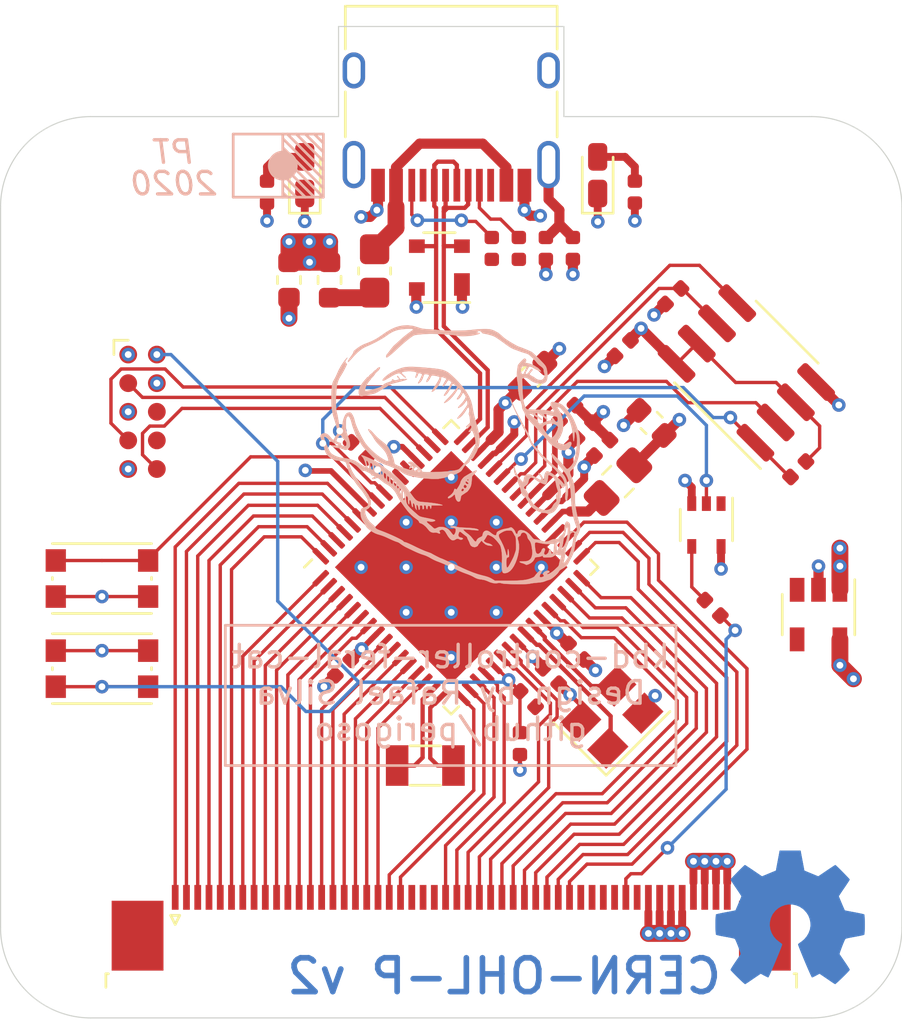
<source format=kicad_pcb>
(kicad_pcb (version 20171130) (host pcbnew 5.1.6)
  (title_block (title kbd-controller-feral-cat) (date 2020-08-17) (rev revA) (company github.com/perigoso) (comment 3 "Design by: Rafael Silva") (comment 4 "Licensed under CERN Open Hardware Licence v2 Permissive"))
  (layers (0 F.Cu signal) (1 In1.Cu signal) (2 In2.Cu signal) (31 B.Cu signal) (34 B.Paste user hide) (35 F.Paste user hide) (36 B.SilkS user) (37 F.SilkS user) (38 B.Mask user) (39 F.Mask user hide) (44 Edge.Cuts user))
  (net 0 "")
  (net 1 +3V3)
  (net 2 GND)
  (net 3 +1V8)
  (net 4 +5V)
  (net 5 /~RESET)
  (net 6 "Net-(C13-Pad2)")
  (net 7 "Net-(D1-Pad2)")
  (net 8 "Net-(D2-Pad2)")
  (net 9 /~STATE_LED)
  (net 10 /USB_D_P)
  (net 11 /USB_D_N)
  (net 12 "Net-(J1-PadB8)")
  (net 13 /USB_CC1)
  (net 14 "Net-(J1-PadA8)")
  (net 15 /USB_CC2)
  (net 16 "Net-(J2-Pad8)")
  (net 17 "Net-(J2-Pad7)")
  (net 18 /SWO)
  (net 19 /SWCLK)
  (net 20 /SWDIO)
  (net 21 /LED_DAT1)
  (net 22 /COL7)
  (net 23 /COL6)
  (net 24 /COL5)
  (net 25 /COL4)
  (net 26 /COL3)
  (net 27 /COL2)
  (net 28 /COL1)
  (net 29 /COL0)
  (net 30 /ROW20)
  (net 31 /ROW19)
  (net 32 /ROW18)
  (net 33 /ROW17)
  (net 34 /ROW16)
  (net 35 /ROW15)
  (net 36 /ROW14)
  (net 37 /ROW13)
  (net 38 /ROW12)
  (net 39 /ROW11)
  (net 40 /ROW10)
  (net 41 /ROW9)
  (net 42 /ROW8)
  (net 43 /ROW7)
  (net 44 /ROW6)
  (net 45 /ROW5)
  (net 46 /ROW4)
  (net 47 /ROW3)
  (net 48 /ROW2)
  (net 49 /ROW1)
  (net 50 /ROW0)
  (net 51 /VREGSW)
  (net 52 /USER_BTN)
  (net 53 "Net-(U2-Pad54)")
  (net 54 "Net-(U2-Pad53)")
  (net 55 /HF_XTAL_P)
  (net 56 /HF_XTAL_N)
  (net 57 /LF_XTAL_N)
  (net 58 /LF_XTAL_P)
  (net 59 /MCU_LED_DAT1)
  (net 60 "Net-(J3-Pad42)")
  (net 61 /COL11)
  (net 62 /COL10)
  (net 63 /COL9)
  (net 64 /COL8)
  (net 65 /EEPROM_SCLK)
  (net 66 /EEPROM_~CS)
  (net 67 /EEPROM_MOSI)
  (net 68 /EEPROM_MISO)
  (net 69 "Net-(J3-Pad40)")
  (net 70 "Net-(J3-Pad39)")
  (net 71 "Net-(J3-Pad38)")
  (net 72 "Net-(J3-Pad37)")
  (net 73 "Net-(J3-Pad24)")
  (net 74 "Net-(J3-Pad23)")
  (net 75 "Net-(J3-Pad22)")
  (net 76 /USB_SH)
  (net 77 /VBUS_FUSED)
  (net 78 /VBUS)
  (net 79 "Net-(R3-Pad2)")
  (net 80 "Net-(J3-Pad47)")
  (net 81 "Net-(U4-Pad4)")
  (net 82 "Net-(U4-Pad3)")
  (module Symbol:OSHW-Symbol_6.7x6mm_Copper (layer B.Cu) (at 35.05 35.55 180)
    (fp_text reference REF** hide)
    (fp_text value OSHW-Symbol_6.7x6mm_Copper hide)
    (fp_poly (pts (xy 0.555814 2.531069) (xy 0.639635 2.086445) (xy 0.94892 1.958947) (xy 1.258206 1.831449) (xy 1.629246 2.083754) (xy 1.733157 2.154004) (xy 1.827087 2.216728) (xy 1.906652 2.269062) (xy 1.96747 2.308143) (xy 2.005157 2.331107) (xy 2.015421 2.336058) (xy 2.03391 2.323324) (xy 2.07342 2.288118) (xy 2.129522 2.234938) (xy 2.197787 2.168282) (xy 2.273786 2.092646) (xy 2.353092 2.012528) (xy 2.431275 1.932426) (xy 2.503907 1.856836) (xy 2.566559 1.790255) (xy 2.614803 1.737182) (xy 2.64421 1.702113) (xy 2.651241 1.690377) (xy 2.641123 1.66874) (xy 2.612759 1.621338) (xy 2.569129 1.552807) (xy 2.513218 1.467785) (xy 2.448006 1.370907) (xy 2.410219 1.31565) (xy 2.341343 1.214752) (xy 2.28014 1.123701) (xy 2.229578 1.04703) (xy 2.192628 0.989272) (xy 2.172258 0.954957) (xy 2.169197 0.947746) (xy 2.176136 0.927252) (xy 2.195051 0.879487) (xy 2.223087 0.811168) (xy 2.257391 0.729011) (xy 2.295109 0.63973) (xy 2.333387 0.550042) (xy 2.36937 0.466662) (xy 2.400206 0.396306) (xy 2.423039 0.34569) (xy 2.435017 0.321529) (xy 2.435724 0.320578) (xy 2.454531 0.315964) (xy 2.504618 0.305672) (xy 2.580793 0.290713) (xy 2.677865 0.272099) (xy 2.790643 0.250841) (xy 2.856442 0.238582) (xy 2.97695 0.215638) (xy 3.085797 0.193805) (xy 3.177476 0.174278) (xy 3.246481 0.158252) (xy 3.287304 0.146921) (xy 3.295511 0.143326) (xy 3.303548 0.118994) (xy 3.310033 0.064041) (xy 3.31497 -0.015108) (xy 3.318364 -0.112026) (xy 3.320218 -0.220287) (xy 3.320538 -0.333465) (xy 3.319327 -0.445135) (xy 3.31659 -0.548868) (xy 3.312331 -0.638241) (xy 3.306555 -0.706826) (xy 3.299267 -0.748197) (xy 3.294895 -0.75681) (xy 3.268764 -0.767133) (xy 3.213393 -0.781892) (xy 3.136107 -0.799352) (xy 3.04423 -0.81778) (xy 3.012158 -0.823741) (xy 2.857524 -0.852066) (xy 2.735375 -0.874876) (xy 2.641673 -0.89308) (xy 2.572384 -0.907583) (xy 2.523471 -0.919292) (xy 2.490897 -0.929115) (xy 2.470628 -0.937956) (xy 2.458626 -0.946724) (xy 2.456947 -0.948457) (xy 2.440184 -0.976371) (xy 2.414614 -1.030695) (xy 2.382788 -1.104777) (xy 2.34726 -1.191965) (xy 2.310583 -1.285608) (xy 2.275311 -1.379052) (xy 2.243996 -1.465647) (xy 2.219193 -1.53874) (xy 2.203454 -1.591678) (xy 2.199332 -1.617811) (xy 2.199676 -1.618726) (xy 2.213641 -1.640086) (xy 2.245322 -1.687084) (xy 2.291391 -1.754827) (xy 2.348518 -1.838423) (xy 2.413373 -1.932982) (xy 2.431843 -1.959854) (xy 2.497699 -2.057275) (xy 2.55565 -2.146163) (xy 2.602538 -2.221412) (xy 2.635207 -2.27792) (xy 2.6505 -2.310581) (xy 2.651241 -2.314593) (xy 2.638392 -2.335684) (xy 2.602888 -2.377464) (xy 2.549293 -2.435445) (xy 2.482171 -2.505135) (xy 2.406087 -2.582045) (xy 2.325604 -2.661683) (xy 2.245287 -2.739561) (xy 2.169699 -2.811186) (xy 2.103405 -2.87207) (xy 2.050969 -2.917721) (xy 2.016955 -2.94365) (xy 2.007545 -2.947883) (xy 1.985643 -2.937912) (xy 1.9408 -2.91102) (xy 1.880321 -2.871736) (xy 1.833789 -2.840117) (xy 1.749475 -2.782098) (xy 1.649626 -2.713784) (xy 1.549473 -2.645579) (xy 1.495627 -2.609075) (xy 1.313371 -2.4858) (xy 1.160381 -2.56852) (xy 1.090682 -2.604759) (xy 1.031414 -2.632926) (xy 0.991311 -2.648991) (xy 0.981103 -2.651226) (xy 0.968829 -2.634722) (xy 0.944613 -2.588082) (xy 0.910263 -2.515609) (xy 0.867588 -2.421606) (xy 0.818394 -2.310374) (xy 0.76449 -2.186215) (xy 0.707684 -2.053432) (xy 0.649782 -1.916327) (xy 0.592593 -1.779202) (xy 0.537924 -1.646358) (xy 0.487584 -1.522098) (xy 0.44338 -1.410725) (xy 0.407119 -1.316539) (xy 0.380609 -1.243844) (xy 0.365658 -1.196941) (xy 0.363254 -1.180833) (xy 0.382311 -1.160286) (xy 0.424036 -1.126933) (xy 0.479706 -1.087702) (xy 0.484378 -1.084599) (xy 0.628264 -0.969423) (xy 0.744283 -0.835053) (xy 0.83143 -0.685784) (xy 0.888699 -0.525913) (xy 0.915086 -0.359737) (xy 0.909585 -0.191552) (xy 0.87119 -0.025655) (xy 0.798895 0.133658) (xy 0.777626 0.168513) (xy 0.666996 0.309263) (xy 0.536302 0.422286) (xy 0.390064 0.506997) (xy 0.232808 0.562806) (xy 0.069057 0.589126) (xy -0.096667 0.58537) (xy -0.259838 0.55095) (xy -0.415935 0.485277) (xy -0.560433 0.387765) (xy -0.605131 0.348187) (xy -0.718888 0.224297) (xy -0.801782 0.093876) (xy -0.858644 -0.052315) (xy -0.890313 -0.197088) (xy -0.898131 -0.35986) (xy -0.872062 -0.52344) (xy -0.814755 -0.682298) (xy -0.728856 -0.830906) (xy -0.617014 -0.963735) (xy -0.481877 -1.075256) (xy -0.464117 -1.087011) (xy -0.40785 -1.125508) (xy -0.365077 -1.158863) (xy -0.344628 -1.18016) (xy -0.344331 -1.180833) (xy -0.348721 -1.203871) (xy -0.366124 -1.256157) (xy -0.394732 -1.33339) (xy -0.432735 -1.431268) (xy -0.478326 -1.545491) (xy -0.529697 -1.671758) (xy -0.585038 -1.805767) (xy -0.642542 -1.943218) (xy -0.700399 -2.079808) (xy -0.756802 -2.211237) (xy -0.809942 -2.333205) (xy -0.85801 -2.441409) (xy -0.899199 -2.531549) (xy -0.931699 -2.599323) (xy -0.953703 -2.64043) (xy -0.962564 -2.651226) (xy -0.98964 -2.642819) (xy -1.040303 -2.620272) (xy -1.105817 -2.587613) (xy -1.141841 -2.56852) (xy -1.294832 -2.4858) (xy -1.477088 -2.609075) (xy -1.570125 -2.672228) (xy -1.671985 -2.741727) (xy -1.767438 -2.807165) (xy -1.81525 -2.840117) (xy -1.882495 -2.885273) (xy -1.939436 -2.921057) (xy -1.978646 -2.942938) (xy -1.991381 -2.947563) (xy -2.009917 -2.935085) (xy -2.050941 -2.900252) (xy -2.110475 -2.846678) (xy -2.184542 -2.777983) (xy -2.269165 -2.697781) (xy -2.322685 -2.646286) (xy -2.416319 -2.554286) (xy -2.497241 -2.471999) (xy -2.562177 -2.402945) (xy -2.607858 -2.350644) (xy -2.631011 -2.318616) (xy -2.633232 -2.312116) (xy -2.622924 -2.287394) (xy -2.594439 -2.237405) (xy -2.550937 -2.167212) (xy -2.495577 -2.081875) (xy -2.43152 -1.986456) (xy -2.413303 -1.959854) (xy -2.346927 -1.863167) (xy -2.287378 -1.776117) (xy -2.237984 -1.703595) (xy -2.202075 -1.650493) (xy -2.182981 -1.621703) (xy -2.181136 -1.618726) (xy -2.183895 -1.595782) (xy -2.198538 -1.545336) (xy -2.222513 -1.474041) (xy -2.253266 -1.388547) (xy -2.288244 -1.295507) (xy -2.324893 -1.201574) (xy -2.360661 -1.113399) (xy -2.392994 -1.037634) (xy -2.419338 -0.980931) (xy -2.437142 -0.949943) (xy -2.438407 -0.948457) (xy -2.449294 -0.939601) (xy -2.467682 -0.930843) (xy -2.497606 -0.921277) (xy -2.543103 -0.909996) (xy -2.608209 -0.896093) (xy -2.696961 -0.878663) (xy -2.813393 -0.856798) (xy -2.961542 -0.829591) (xy -2.993618 -0.823741) (xy -3.088686 -0.805374) (xy -3.171565 -0.787405) (xy -3.23493 -0.771569) (xy -3.271458 -0.7596) (xy -3.276356 -0.75681) (xy -3.284427 -0.732072) (xy -3.290987 -0.67679) (xy -3.296033 -0.597389) (xy -3.299559 -0.500296) (xy -3.301561 -0.391938) (xy -3.302036 -0.27874) (xy -3.300977 -0.167128) (xy -3.298382 -0.063529) (xy -3.294246 0.025632) (xy -3.288563 0.093928) (xy -3.281331 0.134934) (xy -3.276971 0.143326) (xy -3.252698 0.151792) (xy -3.197426 0.165565) (xy -3.116662 0.18345) (xy -3.015912 0.204252) (xy -2.900683 0.226777) (xy -2.837902 0.238582) (xy -2.718787 0.260849) (xy -2.612565 0.281021) (xy -2.524427 0.298085) (xy -2.459566 0.311031) (xy -2.423174 0.318845) (xy -2.417184 0.320578) (xy -2.407061 0.34011) (xy -2.385662 0.387157) (xy -2.355839 0.454997) (xy -2.320445 0.536909) (xy -2.282332 0.626172) (xy -2.244353 0.716065) (xy -2.20936 0.799865) (xy -2.180206 0.870853) (xy -2.159743 0.922306) (xy -2.150823 0.947503) (xy -2.150657 0.948604) (xy -2.160769 0.968481) (xy -2.189117 1.014223) (xy -2.232723 1.081283) (xy -2.288606 1.165116) (xy -2.353787 1.261174) (xy -2.391679 1.31635) (xy -2.460725 1.417519) (xy -2.52205 1.50937) (xy -2.572663 1.587256) (xy -2.609571 1.646531) (xy -2.629782 1.682549) (xy -2.632701 1.690623) (xy -2.620153 1.709416) (xy -2.585463 1.749543) (xy -2.533063 1.806507) (xy -2.467384 1.875815) (xy -2.392856 1.952969) (xy -2.313913 2.033475) (xy -2.234983 2.112837) (xy -2.1605 2.18656) (xy -2.094894 2.250148) (xy -2.042596 2.299106) (xy -2.008039 2.328939) (xy -1.996478 2.336058) (xy -1.977654 2.326047) (xy -1.932631 2.297922) (xy -1.865787 2.254546) (xy -1.781499 2.198782) (xy -1.684144 2.133494) (xy -1.610707 2.083754) (xy -1.239667 1.831449) (xy -0.621095 2.086445) (xy -0.537275 2.531069) (xy -0.453454 2.975693) (xy 0.471994 2.975693) (xy 0.555814 2.531069)) (layer B.Cu) (width 0.01))
  )
  (module pcb:skull (layer B.Cu) (at 20.05 15.05 180)
    (fp_text reference G*** hide)
    (fp_text value LOGO hide)
  )
  (module Package_TO_SOT_SMD:SOT-23-5 (layer F.Cu) (at 36.3 22.1 270)
    (fp_text reference U4 hide)
    (fp_text value MIC2003 hide)
    (pad 5 smd rect (at 1.1 -0.95 270) (size 1.06 0.65) (layers F.Cu F.Paste F.Mask) (net 80 "Net-(J3-Pad47)"))
    (pad 4 smd rect (at 1.1 0.95 270) (size 1.06 0.65) (layers F.Cu F.Paste F.Mask) (net 81 "Net-(U4-Pad4)"))
    (pad 3 smd rect (at -1.1 0.95 270) (size 1.06 0.65) (layers F.Cu F.Paste F.Mask) (net 82 "Net-(U4-Pad3)"))
    (pad 2 smd rect (at -1.1 0 270) (size 1.06 0.65) (layers F.Cu F.Paste F.Mask) (net 2 GND))
    (pad 1 smd rect (at -1.1 -0.95 270) (size 1.06 0.65) (layers F.Cu F.Paste F.Mask) (net 4 +5V))
  )
  (module Resistor_SMD:R_0402_1005Metric (layer F.Cu) (at 25.4 5.85 90)
    (fp_text reference R9 hide)
    (fp_text value 1M hide)
    (pad 2 smd roundrect (at 0.485 0 90) (size 0.59 0.64) (layers F.Cu F.Paste F.Mask) (net 76 /USB_SH))
    (pad 1 smd roundrect (at -0.485 0 90) (size 0.59 0.64) (layers F.Cu F.Paste F.Mask) (net 2 GND))
  )
  (module Capacitor_SMD:C_0402_1005Metric (layer F.Cu) (at 24.2 5.85 90)
    (fp_text reference C9 hide)
    (fp_text value 4.7nF hide)
    (pad 2 smd roundrect (at 0.485 0 90) (size 0.59 0.64) (layers F.Cu F.Paste F.Mask) (net 76 /USB_SH))
    (pad 1 smd roundrect (at -0.485 0 90) (size 0.59 0.64) (layers F.Cu F.Paste F.Mask) (net 2 GND))
  )
  (module Fuse:Fuse_0805_2012Metric_Castellated (layer F.Cu) (at 16.6 6.85 270)
    (fp_text reference F1 hide)
    (fp_text value Polyfuse hide)
    (pad 2 smd roundrect (at 0.9625 0 270) (size 1.325 1.3) (layers F.Cu F.Paste F.Mask) (roundrect_rratio 0.192308) (net 77 /VBUS_FUSED))
    (pad 1 smd roundrect (at -0.9625 0 270) (size 1.325 1.3) (layers F.Cu F.Paste F.Mask) (roundrect_rratio 0.192308) (net 78 /VBUS))
  )
  (module Resistor_SMD:R_0402_1005Metric (layer F.Cu) (at 31.6 21.8 135)
    (fp_text reference R3 hide)
    (fp_text value 100 hide)
    (pad 2 smd roundrect (at 0.485 0 135) (size 0.59 0.64) (layers F.Cu F.Paste F.Mask) (net 79 "Net-(R3-Pad2)"))
    (pad 1 smd roundrect (at -0.485 0 135) (size 0.59 0.64) (layers F.Cu F.Paste F.Mask) (net 21 /LED_DAT1))
  )
  (module local:SOT-143 (layer F.Cu) (at 19.475 6.7 180)
    (fp_text reference D3 hide)
    (fp_text value PRTR5V0U2X hide)
    (pad 4 smd rect (at 1 -0.95 90) (size 0.6 0.7) (layers F.Cu F.Paste F.Mask) (net 4 +5V))
    (pad 3 smd rect (at 1 0.95 90) (size 0.6 0.7) (layers F.Cu F.Paste F.Mask) (net 10 /USB_D_P))
    (pad 2 smd rect (at -1 0.95 90) (size 0.6 0.7) (layers F.Cu F.Paste F.Mask) (net 11 /USB_D_N))
    (pad 1 smd rect (at -1 -0.75 90) (size 1 0.7) (layers F.Cu F.Paste F.Mask) (net 2 GND))
  )
  (module Capacitor_SMD:C_0402_1005Metric (layer F.Cu) (at 26.7 14.7 225)
    (fp_text reference C14 hide)
    (fp_text value 100nF hide)
    (pad 2 smd roundrect (at 0.485 0 225) (size 0.59 0.64) (layers F.Cu F.Paste F.Mask) (net 1 +3V3))
    (pad 1 smd roundrect (at -0.485 0 225) (size 0.59 0.64) (layers F.Cu F.Paste F.Mask) (net 2 GND))
  )
  (module MountingHole:MountingHole_2.2mm_M2 (layer F.Cu) (at 5 5)
    (fp_text reference REF** hide)
    (fp_text value MountingHole_2.2mm_M2 hide)
    (pad 1 np_thru_hole circle (at 0 0) (size 2.2 2.2) (drill 2.2) (layers *.Cu *.Mask))
  )
  (module MountingHole:MountingHole_2.2mm_M2 (layer F.Cu) (at 35 5)
    (fp_text reference REF** hide)
    (fp_text value MountingHole_2.2mm_M2 hide)
    (pad 1 np_thru_hole circle (at 0 0) (size 2.2 2.2) (drill 2.2) (layers *.Cu *.Mask))
  )
  (module MountingHole:MountingHole_2.2mm_M2 (layer F.Cu) (at 35 30)
    (fp_text reference REF** hide)
    (fp_text value MountingHole_2.2mm_M2 hide)
    (pad 1 np_thru_hole circle (at 0 0) (size 2.2 2.2) (drill 2.2) (layers *.Cu *.Mask))
  )
  (module MountingHole:MountingHole_2.2mm_M2 (layer F.Cu) (at 5 30)
    (fp_text reference REF** hide)
    (fp_text value MountingHole_2.2mm_M2 hide)
    (pad 1 np_thru_hole circle (at 0 0) (size 2.2 2.2) (drill 2.2) (layers *.Cu *.Mask))
  )
  (module Crystal:Crystal_SMD_3215-2Pin_3.2x1.5mm (layer F.Cu) (at 18.849999 28.8 180)
    (fp_text reference Y1 hide)
    (fp_text value 32.768KHz hide)
    (pad 1 smd rect (at 1.25 0 180) (size 1 1.8) (layers F.Cu F.Paste F.Mask) (net 58 /LF_XTAL_P))
    (pad 2 smd rect (at -1.25 0 180) (size 1 1.8) (layers F.Cu F.Paste F.Mask) (net 57 /LF_XTAL_N))
  )
  (module Capacitor_SMD:C_0402_1005Metric (layer F.Cu) (at 24.425 24.825 135)
    (fp_text reference C3 hide)
    (fp_text value 100nF hide)
    (pad 1 smd roundrect (at -0.485 0 135) (size 0.59 0.64) (layers F.Cu F.Paste F.Mask) (net 2 GND))
    (pad 2 smd roundrect (at 0.485 0 135) (size 0.59 0.64) (layers F.Cu F.Paste F.Mask) (net 1 +3V3))
  )
  (module Package_DFN_QFN:QFN-64-1EP_9x9mm_P0.5mm_EP7.3x7.3mm (layer F.Cu) (at 20 20 45)
    (fp_text reference U2 hide)
    (fp_text value EFM32GG11B8xx-QFN64 hide)
    (pad 1 smd roundrect (at -4.4375 -3.75 45) (size 0.875 0.25) (layers F.Cu F.Paste F.Mask) (net 44 /ROW6))
    (pad 2 smd roundrect (at -4.4375 -3.25 45) (size 0.875 0.25) (layers F.Cu F.Paste F.Mask) (net 43 /ROW7))
    (pad 3 smd roundrect (at -4.4375 -2.75 45) (size 0.875 0.25) (layers F.Cu F.Paste F.Mask) (net 42 /ROW8))
    (pad 4 smd roundrect (at -4.4375 -2.25 45) (size 0.875 0.25) (layers F.Cu F.Paste F.Mask) (net 41 /ROW9))
    (pad 5 smd roundrect (at -4.4375 -1.75 45) (size 0.875 0.25) (layers F.Cu F.Paste F.Mask) (net 40 /ROW10))
    (pad 6 smd roundrect (at -4.4375 -1.25 45) (size 0.875 0.25) (layers F.Cu F.Paste F.Mask) (net 39 /ROW11))
    (pad 7 smd roundrect (at -4.4375 -0.75 45) (size 0.875 0.25) (layers F.Cu F.Paste F.Mask) (net 38 /ROW12))
    (pad 8 smd roundrect (at -4.4375 -0.25 45) (size 0.875 0.25) (layers F.Cu F.Paste F.Mask) (net 1 +3V3))
    (pad 9 smd roundrect (at -4.4375 0.25 45) (size 0.875 0.25) (layers F.Cu F.Paste F.Mask) (net 37 /ROW13))
    (pad 10 smd roundrect (at -4.4375 0.75 45) (size 0.875 0.25) (layers F.Cu F.Paste F.Mask) (net 36 /ROW14))
    (pad 11 smd roundrect (at -4.4375 1.25 45) (size 0.875 0.25) (layers F.Cu F.Paste F.Mask) (net 35 /ROW15))
    (pad 12 smd roundrect (at -4.4375 1.75 45) (size 0.875 0.25) (layers F.Cu F.Paste F.Mask) (net 34 /ROW16))
    (pad 13 smd roundrect (at -4.4375 2.25 45) (size 0.875 0.25) (layers F.Cu F.Paste F.Mask) (net 33 /ROW17))
    (pad 14 smd roundrect (at -4.4375 2.75 45) (size 0.875 0.25) (layers F.Cu F.Paste F.Mask) (net 32 /ROW18))
    (pad 15 smd roundrect (at -4.4375 3.25 45) (size 0.875 0.25) (layers F.Cu F.Paste F.Mask) (net 58 /LF_XTAL_P))
    (pad 16 smd roundrect (at -4.4375 3.75 45) (size 0.875 0.25) (layers F.Cu F.Paste F.Mask) (net 57 /LF_XTAL_N))
    (pad 17 smd roundrect (at -3.75 4.4375 45) (size 0.25 0.875) (layers F.Cu F.Paste F.Mask) (net 31 /ROW19))
    (pad 18 smd roundrect (at -3.25 4.4375 45) (size 0.25 0.875) (layers F.Cu F.Paste F.Mask) (net 30 /ROW20))
    (pad 19 smd roundrect (at -2.75 4.4375 45) (size 0.25 0.875) (layers F.Cu F.Paste F.Mask) (net 29 /COL0))
    (pad 20 smd roundrect (at -2.25 4.4375 45) (size 0.25 0.875) (layers F.Cu F.Paste F.Mask) (net 28 /COL1))
    (pad 21 smd roundrect (at -1.75 4.4375 45) (size 0.25 0.875) (layers F.Cu F.Paste F.Mask) (net 5 /~RESET))
    (pad 22 smd roundrect (at -1.25 4.4375 45) (size 0.25 0.875) (layers F.Cu F.Paste F.Mask) (net 27 /COL2))
    (pad 23 smd roundrect (at -0.75 4.4375 45) (size 0.25 0.875) (layers F.Cu F.Paste F.Mask) (net 26 /COL3))
    (pad 24 smd roundrect (at -0.25 4.4375 45) (size 0.25 0.875) (layers F.Cu F.Paste F.Mask) (net 1 +3V3))
    (pad 25 smd roundrect (at 0.25 4.4375 45) (size 0.25 0.875) (layers F.Cu F.Paste F.Mask) (net 56 /HF_XTAL_N))
    (pad 26 smd roundrect (at 0.75 4.4375 45) (size 0.25 0.875) (layers F.Cu F.Paste F.Mask) (net 55 /HF_XTAL_P))
    (pad 27 smd roundrect (at 1.25 4.4375 45) (size 0.25 0.875) (layers F.Cu F.Paste F.Mask) (net 1 +3V3))
    (pad 28 smd roundrect (at 1.75 4.4375 45) (size 0.25 0.875) (layers F.Cu F.Paste F.Mask) (net 25 /COL4))
    (pad 29 smd roundrect (at 2.25 4.4375 45) (size 0.25 0.875) (layers F.Cu F.Paste F.Mask) (net 24 /COL5))
    (pad 30 smd roundrect (at 2.75 4.4375 45) (size 0.25 0.875) (layers F.Cu F.Paste F.Mask) (net 23 /COL6))
    (pad 31 smd roundrect (at 3.25 4.4375 45) (size 0.25 0.875) (layers F.Cu F.Paste F.Mask) (net 22 /COL7))
    (pad 32 smd roundrect (at 3.75 4.4375 45) (size 0.25 0.875) (layers F.Cu F.Paste F.Mask) (net 64 /COL8))
    (pad 33 smd roundrect (at 4.4375 3.75 45) (size 0.875 0.25) (layers F.Cu F.Paste F.Mask) (net 63 /COL9))
    (pad 34 smd roundrect (at 4.4375 3.25 45) (size 0.875 0.25) (layers F.Cu F.Paste F.Mask) (net 62 /COL10))
    (pad 35 smd roundrect (at 4.4375 2.75 45) (size 0.875 0.25) (layers F.Cu F.Paste F.Mask) (net 61 /COL11))
    (pad 36 smd roundrect (at 4.4375 2.25 45) (size 0.875 0.25) (layers F.Cu F.Paste F.Mask) (net 2 GND))
    (pad 37 smd roundrect (at 4.4375 1.75 45) (size 0.875 0.25) (layers F.Cu F.Paste F.Mask) (net 51 /VREGSW))
    (pad 38 smd roundrect (at 4.4375 1.25 45) (size 0.875 0.25) (layers F.Cu F.Paste F.Mask) (net 1 +3V3))
    (pad 39 smd roundrect (at 4.4375 0.75 45) (size 0.875 0.25) (layers F.Cu F.Paste F.Mask) (net 3 +1V8))
    (pad 40 smd roundrect (at 4.4375 0.25 45) (size 0.875 0.25) (layers F.Cu F.Paste F.Mask) (net 6 "Net-(C13-Pad2)"))
    (pad 41 smd roundrect (at 4.4375 -0.25 45) (size 0.875 0.25) (layers F.Cu F.Paste F.Mask) (net 68 /EEPROM_MISO))
    (pad 42 smd roundrect (at 4.4375 -0.75 45) (size 0.875 0.25) (layers F.Cu F.Paste F.Mask) (net 65 /EEPROM_SCLK))
    (pad 43 smd roundrect (at 4.4375 -1.25 45) (size 0.875 0.25) (layers F.Cu F.Paste F.Mask) (net 59 /MCU_LED_DAT1))
    (pad 44 smd roundrect (at 4.4375 -1.75 45) (size 0.875 0.25) (layers F.Cu F.Paste F.Mask) (net 67 /EEPROM_MOSI))
    (pad 45 smd roundrect (at 4.4375 -2.25 45) (size 0.875 0.25) (layers F.Cu F.Paste F.Mask) (net 4 +5V))
    (pad 46 smd roundrect (at 4.4375 -2.75 45) (size 0.875 0.25) (layers F.Cu F.Paste F.Mask) (net 1 +3V3))
    (pad 47 smd roundrect (at 4.4375 -3.25 45) (size 0.875 0.25) (layers F.Cu F.Paste F.Mask) (net 11 /USB_D_N))
    (pad 48 smd roundrect (at 4.4375 -3.75 45) (size 0.875 0.25) (layers F.Cu F.Paste F.Mask) (net 10 /USB_D_P))
    (pad 49 smd roundrect (at 3.75 -4.4375 45) (size 0.25 0.875) (layers F.Cu F.Paste F.Mask) (net 19 /SWCLK))
    (pad 50 smd roundrect (at 3.25 -4.4375 45) (size 0.25 0.875) (layers F.Cu F.Paste F.Mask) (net 20 /SWDIO))
    (pad 51 smd roundrect (at 2.75 -4.4375 45) (size 0.25 0.875) (layers F.Cu F.Paste F.Mask) (net 18 /SWO))
    (pad 52 smd roundrect (at 2.25 -4.4375 45) (size 0.25 0.875) (layers F.Cu F.Paste F.Mask) (net 4 +5V))
    (pad 53 smd roundrect (at 1.75 -4.4375 45) (size 0.25 0.875) (layers F.Cu F.Paste F.Mask) (net 54 "Net-(U2-Pad53)"))
    (pad 54 smd roundrect (at 1.25 -4.4375 45) (size 0.25 0.875) (layers F.Cu F.Paste F.Mask) (net 53 "Net-(U2-Pad54)"))
    (pad 55 smd roundrect (at 0.75 -4.4375 45) (size 0.25 0.875) (layers F.Cu F.Paste F.Mask) (net 1 +3V3))
    (pad 56 smd roundrect (at 0.25 -4.4375 45) (size 0.25 0.875) (layers F.Cu F.Paste F.Mask) (net 66 /EEPROM_~CS))
    (pad 57 smd roundrect (at -0.25 -4.4375 45) (size 0.25 0.875) (layers F.Cu F.Paste F.Mask) (net 52 /USER_BTN))
    (pad 58 smd roundrect (at -0.75 -4.4375 45) (size 0.25 0.875) (layers F.Cu F.Paste F.Mask) (net 9 /~STATE_LED))
    (pad 59 smd roundrect (at -1.25 -4.4375 45) (size 0.25 0.875) (layers F.Cu F.Paste F.Mask) (net 50 /ROW0))
    (pad 60 smd roundrect (at -1.75 -4.4375 45) (size 0.25 0.875) (layers F.Cu F.Paste F.Mask) (net 49 /ROW1))
    (pad 61 smd roundrect (at -2.25 -4.4375 45) (size 0.25 0.875) (layers F.Cu F.Paste F.Mask) (net 48 /ROW2))
    (pad 62 smd roundrect (at -2.75 -4.4375 45) (size 0.25 0.875) (layers F.Cu F.Paste F.Mask) (net 47 /ROW3))
    (pad 63 smd roundrect (at -3.25 -4.4375 45) (size 0.25 0.875) (layers F.Cu F.Paste F.Mask) (net 46 /ROW4))
    (pad 64 smd roundrect (at -3.75 -4.4375 45) (size 0.25 0.875) (layers F.Cu F.Paste F.Mask) (net 45 /ROW5))
    (pad 65 smd rect (at 0 0 45) (size 7.3 7.3) (layers F.Cu F.Mask) (net 2 GND))
  )
  (module Package_SO:SOIC-8_3.9x4.9mm_P1.27mm (layer F.Cu) (at 33.096536 11.375216 135)
    (fp_text reference U1 hide)
    (fp_text value 25CSM04 hide)
    (pad 1 smd roundrect (at -2.475 -1.905 135) (size 1.95 0.6) (layers F.Cu F.Paste F.Mask) (net 66 /EEPROM_~CS))
    (pad 2 smd roundrect (at -2.475 -0.635 135) (size 1.95 0.6) (layers F.Cu F.Paste F.Mask) (net 68 /EEPROM_MISO))
    (pad 3 smd roundrect (at -2.475 0.635 135) (size 1.95 0.6) (layers F.Cu F.Paste F.Mask) (net 1 +3V3))
    (pad 4 smd roundrect (at -2.475 1.905 135) (size 1.95 0.6) (layers F.Cu F.Paste F.Mask) (net 2 GND))
    (pad 5 smd roundrect (at 2.475 1.905 135) (size 1.95 0.6) (layers F.Cu F.Paste F.Mask) (net 67 /EEPROM_MOSI))
    (pad 6 smd roundrect (at 2.475 0.635 135) (size 1.95 0.6) (layers F.Cu F.Paste F.Mask) (net 65 /EEPROM_SCLK))
    (pad 7 smd roundrect (at 2.475 -0.635 135) (size 1.95 0.6) (layers F.Cu F.Paste F.Mask) (net 1 +3V3))
    (pad 8 smd roundrect (at 2.475 -1.905 135) (size 1.95 0.6) (layers F.Cu F.Paste F.Mask) (net 1 +3V3))
  )
  (module Resistor_SMD:R_0402_1005Metric (layer F.Cu) (at 23.05 27.825 270)
    (fp_text reference R10 hide)
    (fp_text value 10k hide)
    (pad 1 smd roundrect (at -0.485 0 270) (size 0.59 0.64) (layers F.Cu F.Paste F.Mask) (net 5 /~RESET))
    (pad 2 smd roundrect (at 0.485 0 270) (size 0.59 0.64) (layers F.Cu F.Paste F.Mask) (net 1 +3V3))
  )
  (module Resistor_SMD:R_0402_1005Metric (layer F.Cu) (at 23 5.85 90)
    (fp_text reference R8 hide)
    (fp_text value 5.1k hide)
    (pad 1 smd roundrect (at -0.485 0 90) (size 0.59 0.64) (layers F.Cu F.Paste F.Mask) (net 2 GND))
    (pad 2 smd roundrect (at 0.485 0 90) (size 0.59 0.64) (layers F.Cu F.Paste F.Mask) (net 13 /USB_CC1))
  )
  (module Resistor_SMD:R_0402_1005Metric (layer F.Cu) (at 21.8 5.85 90)
    (fp_text reference R7 hide)
    (fp_text value 5.1k hide)
    (pad 1 smd roundrect (at -0.485 0 90) (size 0.59 0.64) (layers F.Cu F.Paste F.Mask) (net 2 GND))
    (pad 2 smd roundrect (at 0.485 0 90) (size 0.59 0.64) (layers F.Cu F.Paste F.Mask) (net 15 /USB_CC2))
  )
  (module Resistor_SMD:R_0402_1005Metric (layer F.Cu) (at 35.4 15.65 45)
    (fp_text reference R6 hide)
    (fp_text value 10k hide)
    (pad 1 smd roundrect (at -0.485 0 45) (size 0.59 0.64) (layers F.Cu F.Paste F.Mask) (net 66 /EEPROM_~CS))
    (pad 2 smd roundrect (at 0.485 0 45) (size 0.59 0.64) (layers F.Cu F.Paste F.Mask) (net 1 +3V3))
  )
  (module Resistor_SMD:R_0402_1005Metric (layer F.Cu) (at 29.854451 7.970496 45)
    (fp_text reference R5 hide)
    (fp_text value 10k hide)
    (pad 1 smd roundrect (at -0.485 0 45) (size 0.59 0.64) (layers F.Cu F.Paste F.Mask) (net 2 GND))
    (pad 2 smd roundrect (at 0.485 0 45) (size 0.59 0.64) (layers F.Cu F.Paste F.Mask) (net 65 /EEPROM_SCLK))
  )
  (module Resistor_SMD:R_0402_1005Metric (layer F.Cu) (at 11.825 3.35 270)
    (fp_text reference R2 hide)
    (fp_text value 1k hide)
    (pad 1 smd roundrect (at -0.485 0 270) (size 0.59 0.64) (layers F.Cu F.Paste F.Mask) (net 8 "Net-(D2-Pad2)"))
    (pad 2 smd roundrect (at 0.485 0 270) (size 0.59 0.64) (layers F.Cu F.Paste F.Mask) (net 1 +3V3))
  )
  (module Resistor_SMD:R_0402_1005Metric (layer F.Cu) (at 28.15 3.35 270)
    (fp_text reference R1 hide)
    (fp_text value 1k hide)
    (pad 1 smd roundrect (at -0.485 0 270) (size 0.59 0.64) (layers F.Cu F.Paste F.Mask) (net 7 "Net-(D1-Pad2)"))
    (pad 2 smd roundrect (at 0.485 0 270) (size 0.59 0.64) (layers F.Cu F.Paste F.Mask) (net 4 +5V))
  )
  (module Capacitor_SMD:C_0402_1005Metric (layer F.Cu) (at 25.15 13.15 225)
    (fp_text reference C13 hide)
    (fp_text value 1uF hide)
    (pad 1 smd roundrect (at -0.485 0 225) (size 0.59 0.64) (layers F.Cu F.Paste F.Mask) (net 2 GND))
    (pad 2 smd roundrect (at 0.485 0 225) (size 0.59 0.64) (layers F.Cu F.Paste F.Mask) (net 6 "Net-(C13-Pad2)"))
  )
  (module Capacitor_SMD:C_0402_1005Metric (layer F.Cu) (at 23.4 25.85 135)
    (fp_text reference C10 hide)
    (fp_text value 100nF hide)
    (pad 1 smd roundrect (at -0.485 0 135) (size 0.59 0.64) (layers F.Cu F.Paste F.Mask) (net 2 GND))
    (pad 2 smd roundrect (at 0.485 0 135) (size 0.59 0.64) (layers F.Cu F.Paste F.Mask) (net 5 /~RESET))
  )
  (module Capacitor_SMD:C_0402_1005Metric (layer F.Cu) (at 27.612473 10.273922 45)
    (fp_text reference C8 hide)
    (fp_text value 100nF hide)
    (pad 1 smd roundrect (at -0.485 0 45) (size 0.59 0.64) (layers F.Cu F.Paste F.Mask) (net 2 GND))
    (pad 2 smd roundrect (at 0.485 0 45) (size 0.59 0.64) (layers F.Cu F.Paste F.Mask) (net 1 +3V3))
  )
  (module Capacitor_SMD:C_0402_1005Metric (layer F.Cu) (at 25.55 23.75 135)
    (fp_text reference C5 hide)
    (fp_text value 100nF hide)
    (pad 1 smd roundrect (at -0.485 0 135) (size 0.59 0.64) (layers F.Cu F.Paste F.Mask) (net 2 GND))
    (pad 2 smd roundrect (at 0.485 0 135) (size 0.59 0.64) (layers F.Cu F.Paste F.Mask) (net 1 +3V3))
  )
  (module Capacitor_SMD:C_0402_1005Metric (layer F.Cu) (at 25.925 13.925 225)
    (fp_text reference C4 hide)
    (fp_text value 100nF hide)
    (pad 1 smd roundrect (at -0.485 0 225) (size 0.59 0.64) (layers F.Cu F.Paste F.Mask) (net 2 GND))
    (pad 2 smd roundrect (at 0.485 0 225) (size 0.59 0.64) (layers F.Cu F.Paste F.Mask) (net 3 +1V8))
  )
  (module Capacitor_SMD:C_0402_1005Metric (layer F.Cu) (at 15.9 14.8 315)
    (fp_text reference C2 hide)
    (fp_text value 100nF hide)
    (pad 1 smd roundrect (at -0.485 0 315) (size 0.59 0.64) (layers F.Cu F.Paste F.Mask) (net 2 GND))
    (pad 2 smd roundrect (at 0.485 0 315) (size 0.59 0.64) (layers F.Cu F.Paste F.Mask) (net 1 +3V3))
  )
  (module Capacitor_SMD:C_0402_1005Metric (layer F.Cu) (at 15.2 24.45 45)
    (fp_text reference C1 hide)
    (fp_text value 100nF hide)
    (pad 1 smd roundrect (at -0.485 0 45) (size 0.59 0.64) (layers F.Cu F.Paste F.Mask) (net 2 GND))
    (pad 2 smd roundrect (at 0.485 0 45) (size 0.59 0.64) (layers F.Cu F.Paste F.Mask) (net 1 +3V3))
  )
  (module Crystal:Crystal_SMD_3225-4Pin_3.2x2.5mm (layer F.Cu) (at 27.125 26.65 45)
    (fp_text reference Y2 hide)
    (fp_text value 8MHz hide)
    (pad 1 smd rect (at -1.1 0.85 45) (size 1.4 1.2) (layers F.Cu F.Paste F.Mask) (net 56 /HF_XTAL_N))
    (pad 2 smd rect (at 1.1 0.85 45) (size 1.4 1.2) (layers F.Cu F.Paste F.Mask) (net 2 GND))
    (pad 3 smd rect (at 1.1 -0.85 45) (size 1.4 1.2) (layers F.Cu F.Paste F.Mask) (net 55 /HF_XTAL_P))
    (pad 4 smd rect (at -1.1 -0.85 45) (size 1.4 1.2) (layers F.Cu F.Paste F.Mask) (net 2 GND))
  )
  (module Package_TO_SOT_SMD:SOT-353_SC-70-5 (layer F.Cu) (at 31.325 18.125 270)
    (fp_text reference U3 hide)
    (fp_text value 74LVC1G17 hide)
    (pad 1 smd rect (at -0.95 -0.65 270) (size 0.65 0.4) (layers F.Cu F.Paste F.Mask))
    (pad 3 smd rect (at -0.95 0.65 270) (size 0.65 0.4) (layers F.Cu F.Paste F.Mask) (net 2 GND))
    (pad 2 smd rect (at -0.95 0 270) (size 0.65 0.4) (layers F.Cu F.Paste F.Mask) (net 59 /MCU_LED_DAT1))
    (pad 4 smd rect (at 0.95 0.65 270) (size 0.65 0.4) (layers F.Cu F.Paste F.Mask) (net 79 "Net-(R3-Pad2)"))
    (pad 5 smd rect (at 0.95 -0.65 270) (size 0.65 0.4) (layers F.Cu F.Paste F.Mask) (net 4 +5V))
  )
  (module Button_Switch_SMD:SW_Push_1P1T_NO_CK_KMR2 (layer F.Cu) (at 4.5 24.5 180)
    (fp_text reference SW2 hide)
    (fp_text value SW_Push hide)
    (pad 1 smd rect (at -2.05 -0.8 180) (size 0.9 1) (layers F.Cu F.Paste F.Mask) (net 5 /~RESET))
    (pad 2 smd rect (at -2.05 0.8 180) (size 0.9 1) (layers F.Cu F.Paste F.Mask) (net 2 GND))
    (pad 1 smd rect (at 2.05 -0.8 180) (size 0.9 1) (layers F.Cu F.Paste F.Mask) (net 5 /~RESET))
    (pad 2 smd rect (at 2.05 0.8 180) (size 0.9 1) (layers F.Cu F.Paste F.Mask) (net 2 GND))
  )
  (module Button_Switch_SMD:SW_Push_1P1T_NO_CK_KMR2 (layer F.Cu) (at 4.5 20.5 180)
    (fp_text reference SW1 hide)
    (fp_text value SW_Push hide)
    (pad 1 smd rect (at -2.05 -0.8 180) (size 0.9 1) (layers F.Cu F.Paste F.Mask) (net 2 GND))
    (pad 2 smd rect (at -2.05 0.8 180) (size 0.9 1) (layers F.Cu F.Paste F.Mask) (net 52 /USER_BTN))
    (pad 1 smd rect (at 2.05 -0.8 180) (size 0.9 1) (layers F.Cu F.Paste F.Mask) (net 2 GND))
    (pad 2 smd rect (at 2.05 0.8 180) (size 0.9 1) (layers F.Cu F.Paste F.Mask) (net 52 /USER_BTN))
  )
  (module Inductor_SMD:L_0805_2012Metric_Pad1.15x1.40mm_HandSolder (layer F.Cu) (at 27.4 16.2 225)
    (fp_text reference L1 hide)
    (fp_text value 4.7uH hide)
    (pad 1 smd roundrect (at -1.025 0 225) (size 1.15 1.4) (layers F.Cu F.Paste F.Mask) (roundrect_rratio 0.217391) (net 3 +1V8))
    (pad 2 smd roundrect (at 1.025 0 225) (size 1.15 1.4) (layers F.Cu F.Paste F.Mask) (roundrect_rratio 0.217391) (net 51 /VREGSW))
  )
  (module Connector_FFC-FPC:TE_5-1734839-0_1x50-1MP_P0.5mm_Horizontal (layer F.Cu) (at 20 36)
    (fp_text reference J3 hide)
    (fp_text value Conn_02x25_Counter_Clockwise)
    (pad 1 smd rect (at -12.25 -1.35) (size 0.3 1.1) (layers F.Cu F.Paste F.Mask) (net 50 /ROW0))
    (pad 2 smd rect (at -11.75 -1.35) (size 0.3 1.1) (layers F.Cu F.Paste F.Mask) (net 49 /ROW1))
    (pad 3 smd rect (at -11.25 -1.35) (size 0.3 1.1) (layers F.Cu F.Paste F.Mask) (net 48 /ROW2))
    (pad 4 smd rect (at -10.75 -1.35) (size 0.3 1.1) (layers F.Cu F.Paste F.Mask) (net 47 /ROW3))
    (pad 5 smd rect (at -10.25 -1.35) (size 0.3 1.1) (layers F.Cu F.Paste F.Mask) (net 46 /ROW4))
    (pad 6 smd rect (at -9.75 -1.35) (size 0.3 1.1) (layers F.Cu F.Paste F.Mask) (net 45 /ROW5))
    (pad 7 smd rect (at -9.25 -1.35) (size 0.3 1.1) (layers F.Cu F.Paste F.Mask) (net 44 /ROW6))
    (pad 8 smd rect (at -8.75 -1.35) (size 0.3 1.1) (layers F.Cu F.Paste F.Mask) (net 43 /ROW7))
    (pad 9 smd rect (at -8.25 -1.35) (size 0.3 1.1) (layers F.Cu F.Paste F.Mask) (net 42 /ROW8))
    (pad 10 smd rect (at -7.75 -1.35) (size 0.3 1.1) (layers F.Cu F.Paste F.Mask) (net 41 /ROW9))
    (pad 11 smd rect (at -7.25 -1.35) (size 0.3 1.1) (layers F.Cu F.Paste F.Mask) (net 40 /ROW10))
    (pad 12 smd rect (at -6.75 -1.35) (size 0.3 1.1) (layers F.Cu F.Paste F.Mask) (net 39 /ROW11))
    (pad 13 smd rect (at -6.25 -1.35) (size 0.3 1.1) (layers F.Cu F.Paste F.Mask) (net 38 /ROW12))
    (pad 14 smd rect (at -5.75 -1.35) (size 0.3 1.1) (layers F.Cu F.Paste F.Mask) (net 37 /ROW13))
    (pad 15 smd rect (at -5.25 -1.35) (size 0.3 1.1) (layers F.Cu F.Paste F.Mask) (net 36 /ROW14))
    (pad 16 smd rect (at -4.75 -1.35) (size 0.3 1.1) (layers F.Cu F.Paste F.Mask) (net 35 /ROW15))
    (pad 17 smd rect (at -4.25 -1.35) (size 0.3 1.1) (layers F.Cu F.Paste F.Mask) (net 34 /ROW16))
    (pad 18 smd rect (at -3.75 -1.35) (size 0.3 1.1) (layers F.Cu F.Paste F.Mask) (net 33 /ROW17))
    (pad 19 smd rect (at -3.25 -1.35) (size 0.3 1.1) (layers F.Cu F.Paste F.Mask) (net 32 /ROW18))
    (pad 20 smd rect (at -2.75 -1.35) (size 0.3 1.1) (layers F.Cu F.Paste F.Mask) (net 31 /ROW19))
    (pad 21 smd rect (at -2.25 -1.35) (size 0.3 1.1) (layers F.Cu F.Paste F.Mask) (net 30 /ROW20))
    (pad 22 smd rect (at -1.75 -1.35) (size 0.3 1.1) (layers F.Cu F.Paste F.Mask) (net 75 "Net-(J3-Pad22)"))
    (pad 23 smd rect (at -1.25 -1.35) (size 0.3 1.1) (layers F.Cu F.Paste F.Mask) (net 74 "Net-(J3-Pad23)"))
    (pad 24 smd rect (at -0.75 -1.35) (size 0.3 1.1) (layers F.Cu F.Paste F.Mask) (net 73 "Net-(J3-Pad24)"))
    (pad 25 smd rect (at -0.25 -1.35) (size 0.3 1.1) (layers F.Cu F.Paste F.Mask) (net 29 /COL0))
    (pad 26 smd rect (at 0.25 -1.35) (size 0.3 1.1) (layers F.Cu F.Paste F.Mask) (net 28 /COL1))
    (pad 27 smd rect (at 0.75 -1.35) (size 0.3 1.1) (layers F.Cu F.Paste F.Mask) (net 27 /COL2))
    (pad 28 smd rect (at 1.25 -1.35) (size 0.3 1.1) (layers F.Cu F.Paste F.Mask) (net 26 /COL3))
    (pad 29 smd rect (at 1.75 -1.35) (size 0.3 1.1) (layers F.Cu F.Paste F.Mask) (net 25 /COL4))
    (pad 30 smd rect (at 2.25 -1.35) (size 0.3 1.1) (layers F.Cu F.Paste F.Mask) (net 24 /COL5))
    (pad 31 smd rect (at 2.75 -1.35) (size 0.3 1.1) (layers F.Cu F.Paste F.Mask) (net 23 /COL6))
    (pad 32 smd rect (at 3.25 -1.35) (size 0.3 1.1) (layers F.Cu F.Paste F.Mask) (net 22 /COL7))
    (pad 33 smd rect (at 3.75 -1.35) (size 0.3 1.1) (layers F.Cu F.Paste F.Mask) (net 64 /COL8))
    (pad 34 smd rect (at 4.25 -1.35) (size 0.3 1.1) (layers F.Cu F.Paste F.Mask) (net 63 /COL9))
    (pad 35 smd rect (at 4.75 -1.35) (size 0.3 1.1) (layers F.Cu F.Paste F.Mask) (net 62 /COL10))
    (pad 36 smd rect (at 5.25 -1.35) (size 0.3 1.1) (layers F.Cu F.Paste F.Mask) (net 61 /COL11))
    (pad 37 smd rect (at 5.75 -1.35) (size 0.3 1.1) (layers F.Cu F.Paste F.Mask) (net 72 "Net-(J3-Pad37)"))
    (pad 38 smd rect (at 6.25 -1.35) (size 0.3 1.1) (layers F.Cu F.Paste F.Mask) (net 71 "Net-(J3-Pad38)"))
    (pad 39 smd rect (at 6.75 -1.35) (size 0.3 1.1) (layers F.Cu F.Paste F.Mask) (net 70 "Net-(J3-Pad39)"))
    (pad 40 smd rect (at 7.25 -1.35) (size 0.3 1.1) (layers F.Cu F.Paste F.Mask) (net 69 "Net-(J3-Pad40)"))
    (pad 41 smd rect (at 7.75 -1.35) (size 0.3 1.1) (layers F.Cu F.Paste F.Mask) (net 21 /LED_DAT1))
    (pad 42 smd rect (at 8.25 -1.35) (size 0.3 1.1) (layers F.Cu F.Paste F.Mask) (net 60 "Net-(J3-Pad42)"))
    (pad 43 smd rect (at 8.75 -1.35) (size 0.3 1.1) (layers F.Cu F.Paste F.Mask) (net 2 GND))
    (pad 44 smd rect (at 9.25 -1.35) (size 0.3 1.1) (layers F.Cu F.Paste F.Mask) (net 2 GND))
    (pad 45 smd rect (at 9.75 -1.35) (size 0.3 1.1) (layers F.Cu F.Paste F.Mask) (net 2 GND))
    (pad 46 smd rect (at 10.25 -1.35) (size 0.3 1.1) (layers F.Cu F.Paste F.Mask) (net 2 GND))
    (pad 47 smd rect (at 10.75 -1.35) (size 0.3 1.1) (layers F.Cu F.Paste F.Mask) (net 80 "Net-(J3-Pad47)"))
    (pad 48 smd rect (at 11.25 -1.35) (size 0.3 1.1) (layers F.Cu F.Paste F.Mask) (net 80 "Net-(J3-Pad47)"))
    (pad 49 smd rect (at 11.75 -1.35) (size 0.3 1.1) (layers F.Cu F.Paste F.Mask) (net 80 "Net-(J3-Pad47)"))
    (pad 50 smd rect (at 12.25 -1.35) (size 0.3 1.1) (layers F.Cu F.Paste F.Mask) (net 80 "Net-(J3-Pad47)"))
    (pad MP smd rect (at -13.92 0.35) (size 2.3 3.1) (layers F.Cu F.Paste F.Mask))
    (pad MP smd rect (at 13.92 0.35) (size 2.3 3.1) (layers F.Cu F.Paste F.Mask))
  )
  (module Connector:Tag-Connect_TC2050-IDC-FP_2x05_P1.27mm_Vertical (layer F.Cu) (at 6.3 13.1 270)
    (fp_text reference J2 hide)
    (fp_text value Conn_ARM_JTAG_SWD_10 hide)
    (pad "" np_thru_hole circle (at 3.81 -1.016 270) (size 0.9906 0.9906) (drill 0.9906) (layers *.Cu *.Mask))
    (pad "" np_thru_hole circle (at 3.81 1.016 270) (size 0.9906 0.9906) (drill 0.9906) (layers *.Cu *.Mask))
    (pad "" np_thru_hole circle (at -3.81 0 270) (size 0.9906 0.9906) (drill 0.9906) (layers *.Cu *.Mask))
    (pad 1 connect circle (at -2.54 0.635 270) (size 0.7874 0.7874) (layers F.Cu F.Mask) (net 1 +3V3))
    (pad 2 connect circle (at -1.27 0.635 270) (size 0.7874 0.7874) (layers F.Cu F.Mask) (net 20 /SWDIO))
    (pad 3 connect circle (at 0 0.635 270) (size 0.7874 0.7874) (layers F.Cu F.Mask) (net 2 GND))
    (pad 4 connect circle (at 1.27 0.635 270) (size 0.7874 0.7874) (layers F.Cu F.Mask) (net 19 /SWCLK))
    (pad 5 connect circle (at 2.54 0.635 270) (size 0.7874 0.7874) (layers F.Cu F.Mask) (net 2 GND))
    (pad 6 connect circle (at 2.54 -0.635 270) (size 0.7874 0.7874) (layers F.Cu F.Mask) (net 18 /SWO))
    (pad 7 connect circle (at 1.27 -0.635 270) (size 0.7874 0.7874) (layers F.Cu F.Mask) (net 17 "Net-(J2-Pad7)"))
    (pad 8 connect circle (at 0 -0.635 270) (size 0.7874 0.7874) (layers F.Cu F.Mask) (net 16 "Net-(J2-Pad8)"))
    (pad 9 connect circle (at -1.27 -0.635 270) (size 0.7874 0.7874) (layers F.Cu F.Mask) (net 2 GND))
    (pad 10 connect circle (at -2.54 -0.635 270) (size 0.7874 0.7874) (layers F.Cu F.Mask) (net 5 /~RESET))
    (pad "" np_thru_hole circle (at -3.81 -2.54 270) (size 2.3749 2.3749) (drill 2.3749) (layers *.Cu *.Mask))
    (pad "" np_thru_hole circle (at -3.81 2.54 270) (size 2.3749 2.3749) (drill 2.3749) (layers *.Cu *.Mask))
    (pad "" np_thru_hole circle (at 1.905 2.54 270) (size 2.3749 2.3749) (drill 2.3749) (layers *.Cu *.Mask))
    (pad "" np_thru_hole circle (at 1.905 -2.54 270) (size 2.3749 2.3749) (drill 2.3749) (layers *.Cu *.Mask))
  )
  (module Connector_USB:USB_C_Receptacle_HRO_TYPE-C-31-M-12 (layer F.Cu) (at 20 -1 180)
    (fp_text reference J1 hide)
    (fp_text value USB_C_Receptacle_USB2.0 hide)
    (pad S1 thru_hole oval (at 4.32 1.05 180) (size 1 1.6) (drill oval 0.6 1.2) (layers *.Cu *.Mask) (net 76 /USB_SH))
    (pad "" np_thru_hole circle (at 2.89 -2.6 180) (size 0.65 0.65) (drill 0.65) (layers *.Cu *.Mask))
    (pad S1 thru_hole oval (at -4.32 1.05 180) (size 1 1.6) (drill oval 0.6 1.2) (layers *.Cu *.Mask) (net 76 /USB_SH))
    (pad "" np_thru_hole circle (at -2.89 -2.6 180) (size 0.65 0.65) (drill 0.65) (layers *.Cu *.Mask))
    (pad S1 thru_hole oval (at -4.32 -3.13 180) (size 1 2.1) (drill oval 0.6 1.7) (layers *.Cu *.Mask) (net 76 /USB_SH))
    (pad S1 thru_hole oval (at 4.32 -3.13 180) (size 1 2.1) (drill oval 0.6 1.7) (layers *.Cu *.Mask) (net 76 /USB_SH))
    (pad A6 smd rect (at -0.25 -4.045 180) (size 0.3 1.45) (layers F.Cu F.Paste F.Mask) (net 10 /USB_D_P))
    (pad B5 smd rect (at 1.75 -4.045 180) (size 0.3 1.45) (layers F.Cu F.Paste F.Mask) (net 15 /USB_CC2))
    (pad A8 smd rect (at 1.25 -4.045 180) (size 0.3 1.45) (layers F.Cu F.Paste F.Mask) (net 14 "Net-(J1-PadA8)"))
    (pad B6 smd rect (at 0.75 -4.045 180) (size 0.3 1.45) (layers F.Cu F.Paste F.Mask) (net 10 /USB_D_P))
    (pad A7 smd rect (at 0.25 -4.045 180) (size 0.3 1.45) (layers F.Cu F.Paste F.Mask) (net 11 /USB_D_N))
    (pad B7 smd rect (at -0.75 -4.045 180) (size 0.3 1.45) (layers F.Cu F.Paste F.Mask) (net 11 /USB_D_N))
    (pad A5 smd rect (at -1.25 -4.045 180) (size 0.3 1.45) (layers F.Cu F.Paste F.Mask) (net 13 /USB_CC1))
    (pad B8 smd rect (at -1.75 -4.045 180) (size 0.3 1.45) (layers F.Cu F.Paste F.Mask) (net 12 "Net-(J1-PadB8)"))
    (pad A12 smd rect (at 3.25 -4.045 180) (size 0.6 1.45) (layers F.Cu F.Paste F.Mask) (net 2 GND))
    (pad B4 smd rect (at 2.45 -4.045 180) (size 0.6 1.45) (layers F.Cu F.Paste F.Mask) (net 78 /VBUS))
    (pad A4 smd rect (at -2.45 -4.045 180) (size 0.6 1.45) (layers F.Cu F.Paste F.Mask) (net 78 /VBUS))
    (pad A1 smd rect (at -3.25 -4.045 180) (size 0.6 1.45) (layers F.Cu F.Paste F.Mask) (net 2 GND))
    (pad B12 smd rect (at -3.25 -4.045 180) (size 0.6 1.45) (layers F.Cu F.Paste F.Mask) (net 2 GND))
    (pad B9 smd rect (at -2.45 -4.045 180) (size 0.6 1.45) (layers F.Cu F.Paste F.Mask) (net 78 /VBUS))
    (pad A9 smd rect (at 2.45 -4.045 180) (size 0.6 1.45) (layers F.Cu F.Paste F.Mask) (net 78 /VBUS))
    (pad B1 smd rect (at 3.25 -4.045 180) (size 0.6 1.45) (layers F.Cu F.Paste F.Mask) (net 2 GND))
  )
  (module Inductor_SMD:L_0603_1608Metric (layer F.Cu) (at 14.6 7.25 90)
    (fp_text reference FB1 hide)
    (fp_text value Ferrite_Bead_Small hide)
    (pad 1 smd roundrect (at -0.7875 0 90) (size 0.875 0.95) (layers F.Cu F.Paste F.Mask) (net 77 /VBUS_FUSED))
    (pad 2 smd roundrect (at 0.7875 0 90) (size 0.875 0.95) (layers F.Cu F.Paste F.Mask) (net 4 +5V))
  )
  (module LED_SMD:LED_0603_1608Metric_Castellated (layer F.Cu) (at 13.5 2.6 90)
    (fp_text reference D2 hide)
    (fp_text value LED hide)
    (pad 1 smd roundrect (at -0.8125 0 90) (size 1.225 0.85) (layers F.Cu F.Paste F.Mask) (net 9 /~STATE_LED))
    (pad 2 smd roundrect (at 0.8125 0 90) (size 1.225 0.85) (layers F.Cu F.Paste F.Mask) (net 8 "Net-(D2-Pad2)"))
  )
  (module LED_SMD:LED_0603_1608Metric_Castellated (layer F.Cu) (at 26.5 2.6 90)
    (fp_text reference D1 hide)
    (fp_text value LED hide)
    (pad 1 smd roundrect (at -0.8125 0 90) (size 1.225 0.85) (layers F.Cu F.Paste F.Mask) (net 2 GND))
    (pad 2 smd roundrect (at 0.8125 0 90) (size 1.225 0.85) (layers F.Cu F.Paste F.Mask) (net 7 "Net-(D1-Pad2)"))
  )
  (module Capacitor_SMD:C_0603_1608Metric (layer F.Cu) (at 28.893153 13.593153 315)
    (fp_text reference C12 hide)
    (fp_text value 4.7uF hide)
    (pad 1 smd roundrect (at -0.7875 0 315) (size 0.875 0.95) (layers F.Cu F.Paste F.Mask) (net 2 GND))
    (pad 2 smd roundrect (at 0.7875 0 315) (size 0.875 0.95) (layers F.Cu F.Paste F.Mask) (net 3 +1V8))
  )
  (module Capacitor_SMD:C_0603_1608Metric (layer F.Cu) (at 23.6 11.5 225)
    (fp_text reference C11 hide)
    (fp_text value 4.7uF hide)
    (pad 1 smd roundrect (at -0.7875 0 225) (size 0.875 0.95) (layers F.Cu F.Paste F.Mask) (net 2 GND))
    (pad 2 smd roundrect (at 0.7875 0 225) (size 0.875 0.95) (layers F.Cu F.Paste F.Mask) (net 1 +3V3))
  )
  (module Capacitor_SMD:C_0603_1608Metric (layer F.Cu) (at 12.8 7.25 90)
    (fp_text reference C7 hide)
    (fp_text value 10uF hide)
    (pad 1 smd roundrect (at -0.7875 0 90) (size 0.875 0.95) (layers F.Cu F.Paste F.Mask) (net 2 GND))
    (pad 2 smd roundrect (at 0.7875 0 90) (size 0.875 0.95) (layers F.Cu F.Paste F.Mask) (net 4 +5V))
  )
  (gr_line (start 12.525 3.375001) (end 12.725 3.574999) (layer B.SilkS) (width 0.12))
  (gr_poly (pts (xy 12.225 1.675) (xy 12.075 1.825) (xy 11.975 2.075) (xy 11.975 2.325) (xy 12.125001 2.575) (xy 12.425 2.725) (xy 12.674999 2.725) (xy 12.925 2.575001) (xy 13.074998 2.325001) (xy 13.075 2.075) (xy 12.974999 1.825) (xy 12.775 1.674999) (xy 12.575 1.575) (xy 12.375 1.625)) (layer B.SilkS) (width 0.1))
  (gr_line (start 12.525 0.974999) (end 14.325 2.774999) (layer B.SilkS) (width 0.12))
  (gr_line (start 14.324998 0.775001) (end 10.325 0.774999) (layer B.SilkS) (width 0.12))
  (gr_line (start 13.075 1.925) (end 14.325 3.175001) (layer B.SilkS) (width 0.12))
  (gr_text 2020 (at 7.725 2.975) (layer B.SilkS) (effects (font (size 1 1) (thickness 0.15) italic) (justify mirror)))
  (gr_line (start 13.925 0.775001) (end 14.325 1.175001) (layer B.SilkS) (width 0.12))
  (gr_line (start 13.125 2.375) (end 14.324998 3.575) (layer B.SilkS) (width 0.12))
  (gr_line (start 12.525 2.975) (end 13.125 3.575) (layer B.SilkS) (width 0.12))
  (gr_line (start 12.725 0.774999) (end 14.325 2.375) (layer B.SilkS) (width 0.12))
  (gr_line (start 13.525 0.775) (end 14.325 1.575) (layer B.SilkS) (width 0.12))
  (gr_line (start 10.325 0.774999) (end 10.325 3.575) (layer B.SilkS) (width 0.12))
  (gr_line (start 10.325 3.575) (end 14.324998 3.575) (layer B.SilkS) (width 0.12))
  (gr_line (start 12.525 3.575) (end 12.524999 2.775001) (layer B.SilkS) (width 0.12))
  (gr_circle (center 12.524999 2.175001) (end 12.525 1.574999) (layer B.SilkS) (width 0.12))
  (gr_line (start 13.125 0.774999) (end 14.324999 1.975) (layer B.SilkS) (width 0.12))
  (gr_text PT (at 7.725 1.575) (layer B.SilkS) (effects (font (size 1 1) (thickness 0.15) italic) (justify mirror)))
  (gr_line (start 12.975 2.625002) (end 13.924999 3.575) (layer B.SilkS) (width 0.12))
  (gr_line (start 12.524999 1.375) (end 12.775 1.625001) (layer B.SilkS) (width 0.12))
  (gr_line (start 12.725 2.775) (end 13.525 3.575) (layer B.SilkS) (width 0.12))
  (gr_line (start 12.524999 0.775) (end 12.525 1.574999) (layer B.SilkS) (width 0.12))
  (gr_line (start 14.324998 3.575) (end 14.324998 0.775001) (layer B.SilkS) (width 0.12))
  (gr_text "CERN-OHL-P v2" (at 22.35 38.15) (layer B.Cu) (effects (font (size 1.5 1.5) (thickness 0.25)) (justify mirror)))
  (gr_text "kbd-controller-feral-cat\nDesign by Rafael Silva\ngithub/perigoso" (at 19.975 25.575) (layer B.SilkS) (effects (font (size 1 1)) (justify mirror)))
  (gr_line (start 9.975 22.575) (end 29.975 22.575) (layer B.SilkS) (width 0.12))
  (gr_line (start 29.975 22.575) (end 29.975 28.8) (layer B.SilkS) (width 0.12))
  (gr_line (start 29.975 28.8) (end 9.975 28.8) (layer B.SilkS) (width 0.12))
  (gr_line (start 9.975 28.8) (end 9.975 22.575) (layer B.SilkS) (width 0.12))
  (gr_poly (pts (xy 14.65 6.5) (xy 12.8 6.5) (xy 12.8 5.55) (xy 14.65 5.55)) (layer F.Cu) (width 0.1))
  (gr_line (start 25 0) (end 36 0) (layer Edge.Cuts) (width 0.05))
  (gr_line (start 25 -4) (end 25 0) (layer Edge.Cuts) (width 0.05))
  (gr_line (start 15 -4) (end 25 -4) (layer Edge.Cuts) (width 0.05))
  (gr_line (start 15 0) (end 15 -4) (layer Edge.Cuts) (width 0.05))
  (gr_line (start 4 0) (end 15 0) (layer Edge.Cuts) (width 0.05))
  (gr_arc (start 4 36) (end 0 36) (angle -90) (layer Edge.Cuts) (width 0.05))
  (gr_arc (start 36 36) (end 36 40) (angle -90) (layer Edge.Cuts) (width 0.05))
  (gr_arc (start 36 4) (end 40 4) (angle -90) (layer Edge.Cuts) (width 0.05))
  (gr_arc (start 4 4) (end 4 0) (angle -90) (layer Edge.Cuts) (width 0.05))
  (gr_line (start 0 4) (end 0 36) (layer Edge.Cuts) (width 0.05))
  (gr_line (start 40 36) (end 40 4) (layer Edge.Cuts) (width 0.05))
  (gr_line (start 4 40) (end 36 40) (layer Edge.Cuts) (width 0.05))
  (via (at 28.75 36.25) (size 0.6) (drill 0.3) (layers F.Cu B.Cu) (net 2))
  (via (at 29.75 36.25) (size 0.6) (drill 0.3) (layers F.Cu B.Cu) (net 2))
  (segment (start 28.75 35.3) (end 28.75 36.25) (width 0.35) (layer F.Cu) (net 2))
  (via (at 30.25 36.25) (size 0.6) (drill 0.3) (layers F.Cu B.Cu) (net 2))
  (segment (start 30.25 36.25) (end 28.75 36.25) (width 0.75) (layer F.Cu) (net 2))
  (segment (start 30.25 34.65) (end 30.25 35.299999) (width 0.25) (layer F.Cu) (net 2))
  (segment (start 28.75 34.65) (end 28.75 35.3) (width 0.25) (layer F.Cu) (net 2))
  (segment (start 29.750001 34.65) (end 29.75 35.3) (width 0.25) (layer F.Cu) (net 2))
  (segment (start 29.25 35.3) (end 29.25 36.25) (width 0.35) (layer F.Cu) (net 2))
  (segment (start 29.25 34.65) (end 29.25 35.3) (width 0.25) (layer F.Cu) (net 2))
  (via (at 29.25 36.25) (size 0.6) (drill 0.3) (layers F.Cu B.Cu) (net 2))
  (segment (start 30.25 35.299999) (end 30.25 36.25) (width 0.35) (layer F.Cu) (net 2))
  (segment (start 29.75 35.3) (end 29.75 36.25) (width 0.35) (layer F.Cu) (net 2))
  (segment (start 16.685437 22.96101) (end 16.685437 22.964563) (width 0.25) (layer F.Cu) (net 1))
  (segment (start 15.542947 24.107053) (end 16.025 23.625) (width 0.45) (layer F.Cu) (net 1))
  (segment (start 16.685437 22.964563) (end 16.05 23.6) (width 0.25) (layer F.Cu) (net 1))
  (segment (start 16.025 23.625) (end 16.05 23.6) (width 0.45) (layer F.Cu) (net 1))
  (via (at 16.025 23.625) (size 0.6) (drill 0.3) (layers F.Cu B.Cu) (net 1))
  (segment (start 25.174819 23.407053) (end 24.683883 22.916117) (width 0.45) (layer F.Cu) (net 1))
  (segment (start 25.207053 23.407053) (end 25.174819 23.407053) (width 0.45) (layer F.Cu) (net 1))
  (via (at 24.683883 22.916117) (size 0.6) (drill 0.3) (layers F.Cu B.Cu) (net 1))
  (segment (start 24.082053 24.435606) (end 23.610723 23.964277) (width 0.45) (layer F.Cu) (net 1))
  (via (at 23.610723 23.964277) (size 0.6) (drill 0.3) (layers F.Cu B.Cu) (net 1))
  (segment (start 23.610723 23.964277) (end 22.96101 23.314563) (width 0.15) (layer F.Cu) (net 1))
  (segment (start 24.082053 24.482053) (end 24.082053 24.435606) (width 0.45) (layer F.Cu) (net 1))
  (segment (start 24.683883 22.916116) (end 24.683883 22.916117) (width 0.25) (layer F.Cu) (net 1))
  (segment (start 24.02167 22.253903) (end 24.683883 22.916116) (width 0.25) (layer F.Cu) (net 1))
  (segment (start 16.242947 15.182287) (end 16.73033 15.66967) (width 0.25) (layer F.Cu) (net 1))
  (segment (start 16.242947 15.142947) (end 16.242947 15.182287) (width 0.25) (layer F.Cu) (net 1))
  (segment (start 16.73033 15.66967) (end 17.392544 16.331884) (width 0.25) (layer F.Cu) (net 1))
  (via (at 16.73033 15.66967) (size 0.6) (drill 0.3) (layers F.Cu B.Cu) (net 1))
  (segment (start 21.193243 14.91767) (end 21.193243 14.906757) (width 0.25) (layer F.Cu) (net 1))
  (segment (start 23.043153 12.056847) (end 22.4 12.7) (width 0.45) (layer F.Cu) (net 1))
  (segment (start 22.1 13) (end 22.1 14) (width 0.45) (layer F.Cu) (net 1))
  (segment (start 22.1 14) (end 21.75 14.35) (width 0.45) (layer F.Cu) (net 1))
  (segment (start 21.193243 14.906757) (end 21.75 14.35) (width 0.25) (layer F.Cu) (net 1))
  (segment (start 22.4 12.7) (end 22.1 13) (width 0.45) (layer F.Cu) (net 1))
  (via (at 22.4 12.7) (size 0.6) (drill 0.3) (layers F.Cu B.Cu) (net 1))
  (segment (start 27.955421 9.867336) (end 27.955421 9.930975) (width 0.45) (layer F.Cu) (net 1))
  (segment (start 28.425647 9.39711) (end 27.955421 9.867336) (width 0.45) (layer F.Cu) (net 1))
  (via (at 28.425647 9.39711) (size 0.6) (drill 0.3) (layers F.Cu B.Cu) (net 1))
  (via (at 11.825 4.625) (size 0.6) (drill 0.3) (layers F.Cu B.Cu) (net 1))
  (segment (start 11.825 3.835) (end 11.825 4.625) (width 0.35) (layer F.Cu) (net 1))
  (segment (start 24.9 17.075) (end 25.1 16.875) (width 0.25) (layer F.Cu) (net 1))
  (segment (start 24.7 17.075) (end 24.9 17.075) (width 0.25) (layer F.Cu) (net 1))
  (segment (start 24.028903 17.746097) (end 24.7 17.075) (width 0.25) (layer F.Cu) (net 1))
  (segment (start 24.02167 17.746097) (end 24.028903 17.746097) (width 0.25) (layer F.Cu) (net 1))
  (via (at 25.9 15.55) (size 0.6) (drill 0.3) (layers F.Cu B.Cu) (net 1))
  (segment (start 25.9 15.5) (end 26.357053 15.042947) (width 0.45) (layer F.Cu) (net 1))
  (segment (start 25.9 15.55) (end 25.9 15.5) (width 0.45) (layer F.Cu) (net 1))
  (segment (start 25.9 16.075) (end 25.9 15.55) (width 0.35) (layer F.Cu) (net 1))
  (segment (start 25.1 16.875) (end 25.9 16.075) (width 0.35) (layer F.Cu) (net 1))
  (via (at 5.665 10.56) (size 0.6) (drill 0.3) (layers F.Cu B.Cu) (net 1))
  (segment (start 5.665 10.565) (end 5.7 10.6) (width 0.45) (layer F.Cu) (net 1))
  (segment (start 5.665 10.56) (end 5.665 10.565) (width 0.45) (layer F.Cu) (net 1))
  (segment (start 28.425647 9.398404) (end 28.425647 9.39711) (width 0.45) (layer F.Cu) (net 1))
  (segment (start 29.999408 10.972165) (end 28.425647 9.398404) (width 0.45) (layer F.Cu) (net 1))
  (segment (start 30.897433 10.07414) (end 29.999408 10.972165) (width 0.15) (layer F.Cu) (net 1))
  (segment (start 30.897434 10.07414) (end 30.897433 10.07414) (width 0.15) (layer F.Cu) (net 1))
  (segment (start 32.623294 11.8) (end 30.897434 10.07414) (width 0.15) (layer F.Cu) (net 1))
  (segment (start 34.419346 11.8) (end 32.623294 11.8) (width 0.15) (layer F.Cu) (net 1))
  (segment (start 35.295638 12.676292) (end 34.419346 11.8) (width 0.15) (layer F.Cu) (net 1))
  (segment (start 35.742947 15.307053) (end 36.35 14.7) (width 0.15) (layer F.Cu) (net 1))
  (segment (start 36.35 13.730654) (end 35.295638 12.676292) (width 0.15) (layer F.Cu) (net 1))
  (segment (start 36.35 14.7) (end 36.35 13.730654) (width 0.15) (layer F.Cu) (net 1))
  (via (at 23.05 29) (size 0.6) (drill 0.3) (layers F.Cu B.Cu) (net 1))
  (segment (start 23.05 28.31) (end 23.05 29) (width 0.19) (layer F.Cu) (net 1))
  (via (at 5.665 15.64) (size 0.6) (drill 0.3) (layers F.Cu B.Cu) (net 2))
  (via (at 6.935 11.83) (size 0.6) (drill 0.3) (layers F.Cu B.Cu) (net 2))
  (via (at 5.665 13.1) (size 0.6) (drill 0.3) (layers F.Cu B.Cu) (net 2))
  (via (at 22 22) (size 0.6) (drill 0.3) (layers F.Cu B.Cu) (net 2))
  (via (at 24 20) (size 0.6) (drill 0.3) (layers F.Cu B.Cu) (net 2))
  (via (at 22 18) (size 0.6) (drill 0.3) (layers F.Cu B.Cu) (net 2))
  (via (at 20 16) (size 0.6) (drill 0.3) (layers F.Cu B.Cu) (net 2))
  (via (at 18 18) (size 0.6) (drill 0.3) (layers F.Cu B.Cu) (net 2))
  (via (at 16 20) (size 0.6) (drill 0.3) (layers F.Cu B.Cu) (net 2))
  (via (at 18 22) (size 0.6) (drill 0.3) (layers F.Cu B.Cu) (net 2))
  (via (at 20 24) (size 0.6) (drill 0.3) (layers F.Cu B.Cu) (net 2))
  (via (at 20 22) (size 0.6) (drill 0.3) (layers F.Cu B.Cu) (net 2))
  (via (at 18 20) (size 0.6) (drill 0.3) (layers F.Cu B.Cu) (net 2))
  (via (at 20 18) (size 0.6) (drill 0.3) (layers F.Cu B.Cu) (net 2))
  (via (at 22 20) (size 0.6) (drill 0.3) (layers F.Cu B.Cu) (net 2))
  (via (at 14.35 25.3) (size 0.6) (drill 0.3) (layers F.Cu B.Cu) (net 2))
  (segment (start 14.857053 24.792947) (end 14.35 25.3) (width 0.45) (layer F.Cu) (net 2))
  (via (at 26.4 24.575) (size 0.6) (drill 0.3) (layers F.Cu B.Cu) (net 2))
  (segment (start 25.917947 24.092947) (end 26.4 24.575) (width 0.45) (layer F.Cu) (net 2))
  (segment (start 25.892947 24.092947) (end 25.917947 24.092947) (width 0.15) (layer F.Cu) (net 2))
  (via (at 25.275 25.65) (size 0.6) (drill 0.3) (layers F.Cu B.Cu) (net 2))
  (segment (start 24.792947 25.167947) (end 25.275 25.65) (width 0.45) (layer F.Cu) (net 2))
  (segment (start 24.767947 25.167947) (end 24.792947 25.167947) (width 0.15) (layer F.Cu) (net 2))
  (segment (start 23.742947 26.192947) (end 23.75 26.2) (width 0.15) (layer F.Cu) (net 2))
  (segment (start 23.179909 20) (end 20 20) (width 0.35) (layer F.Cu) (net 2))
  (segment (start 24.726705 18.453204) (end 23.179909 20) (width 0.25) (layer F.Cu) (net 2))
  (via (at 20 20) (size 0.6) (drill 0.3) (layers F.Cu B.Cu) (net 2))
  (via (at 15.05 13.95) (size 0.6) (drill 0.3) (layers F.Cu B.Cu) (net 2))
  (segment (start 15.557053 14.457053) (end 15.05 13.95) (width 0.15) (layer F.Cu) (net 2))
  (segment (start 26.5 4.660396) (end 26.5 3.4125) (width 0.35) (layer F.Cu) (net 2))
  (segment (start 26.505483 4.665879) (end 26.5 4.660396) (width 0.35) (layer F.Cu) (net 2))
  (via (at 26.505483 4.665879) (size 0.6) (drill 0.3) (layers F.Cu B.Cu) (net 2))
  (via (at 30.375 16.15) (size 0.6) (drill 0.3) (layers F.Cu B.Cu) (net 2))
  (segment (start 30.675 16.45) (end 30.375 16.15) (width 0.35) (layer F.Cu) (net 2))
  (segment (start 30.675 17.175) (end 30.675 16.45) (width 0.35) (layer F.Cu) (net 2))
  (via (at 37.2 12.8) (size 0.6) (drill 0.3) (layers F.Cu B.Cu) (net 2))
  (segment (start 36.193664 11.793664) (end 37.2 12.8) (width 0.45) (layer F.Cu) (net 2))
  (segment (start 36.193664 11.778267) (end 36.193664 11.793664) (width 0.45) (layer F.Cu) (net 2))
  (segment (start 26.8 11.086395) (end 27.269526 10.616869) (width 0.45) (layer F.Cu) (net 2))
  (via (at 26.8 11.086395) (size 0.6) (drill 0.3) (layers F.Cu B.Cu) (net 2))
  (segment (start 29.486557 8.313443) (end 29.511504 8.313443) (width 0.45) (layer F.Cu) (net 2))
  (segment (start 29 8.8) (end 29.486557 8.313443) (width 0.45) (layer F.Cu) (net 2))
  (via (at 29 8.8) (size 0.6) (drill 0.3) (layers F.Cu B.Cu) (net 2))
  (via (at 24.2 7) (size 0.6) (drill 0.3) (layers F.Cu B.Cu) (net 2))
  (segment (start 24.2 6.335) (end 24.2 7) (width 0.45) (layer F.Cu) (net 2))
  (via (at 25.4 7) (size 0.6) (drill 0.3) (layers F.Cu B.Cu) (net 2))
  (segment (start 25.4 6.335) (end 25.4 7) (width 0.45) (layer F.Cu) (net 2))
  (via (at 12.8 8.95) (size 0.6) (drill 0.3) (layers F.Cu B.Cu) (net 2))
  (segment (start 12.8 8.0375) (end 12.8 8.95) (width 0.75) (layer F.Cu) (net 2))
  (via (at 20.5 8.45) (size 0.6) (drill 0.3) (layers F.Cu B.Cu) (net 2))
  (segment (start 20.475 8.425) (end 20.5 8.45) (width 0.45) (layer F.Cu) (net 2))
  (segment (start 20.475 7.45) (end 20.475 8.425) (width 0.45) (layer F.Cu) (net 2))
  (segment (start 2.45 23.7) (end 4.5 23.7) (width 0.15) (layer F.Cu) (net 2))
  (segment (start 4.5 23.7) (end 6.55 23.7) (width 0.15) (layer F.Cu) (net 2))
  (via (at 4.5 23.7) (size 0.6) (drill 0.3) (layers F.Cu B.Cu) (net 2))
  (segment (start 6.55 19.699999) (end 4.500001 19.7) (width 0.15) (layer F.Cu) (net 52))
  (segment (start 4.500001 19.7) (end 2.45 19.7) (width 0.15) (layer F.Cu) (net 52))
  (via (at 24.8 10.3) (size 0.6) (drill 0.3) (layers F.Cu B.Cu) (net 2))
  (segment (start 24.156847 10.943153) (end 24.8 10.3) (width 0.45) (layer F.Cu) (net 2))
  (segment (start 25.492947 12.807053) (end 26.267947 13.582053) (width 0.45) (layer F.Cu) (net 2))
  (segment (start 26.267947 13.582053) (end 27.042947 14.357053) (width 0.45) (layer F.Cu) (net 2))
  (via (at 26.75 13.1) (size 0.6) (drill 0.3) (layers F.Cu B.Cu) (net 2))
  (segment (start 26.267947 13.582053) (end 26.75 13.1) (width 0.45) (layer F.Cu) (net 2))
  (via (at 27.65 13.7) (size 0.6) (drill 0.3) (layers F.Cu B.Cu) (net 2))
  (segment (start 28.313694 13.036306) (end 27.65 13.7) (width 0.45) (layer F.Cu) (net 2))
  (segment (start 28.336306 13.036306) (end 28.313694 13.036306) (width 0.45) (layer F.Cu) (net 2))
  (segment (start 16.75 4.1) (end 16.7 4.15) (width 0.45) (layer F.Cu) (net 2))
  (segment (start 16.7 4.15) (end 16.4 4.45) (width 0.45) (layer F.Cu) (net 2))
  (segment (start 16.4 4.45) (end 16 4.45) (width 0.45) (layer F.Cu) (net 2))
  (via (at 16 4.45) (size 0.6) (drill 0.3) (layers F.Cu B.Cu) (net 2))
  (segment (start 16.75 3.045) (end 16.75 4.1) (width 0.45) (layer F.Cu) (net 2))
  (via (at 16.7 4.15) (size 0.6) (drill 0.3) (layers F.Cu B.Cu) (net 2))
  (via (at 23.25 4.15) (size 0.6) (drill 0.3) (layers F.Cu B.Cu) (net 2))
  (segment (start 23.25 4.15) (end 23.5 4.4) (width 0.45) (layer F.Cu) (net 2))
  (segment (start 23.5 4.4) (end 23.95 4.4) (width 0.45) (layer F.Cu) (net 2))
  (via (at 23.95 4.4) (size 0.6) (drill 0.3) (layers F.Cu B.Cu) (net 2))
  (segment (start 23.25 3.045) (end 23.25 4.15) (width 0.45) (layer F.Cu) (net 2))
  (segment (start 25.746142 26.121142) (end 25.275 25.65) (width 0.19) (layer F.Cu) (net 2))
  (segment (start 25.746142 26.826777) (end 25.746142 26.121142) (width 0.19) (layer F.Cu) (net 2))
  (via (at 29.05 25.7) (size 0.6) (drill 0.3) (layers F.Cu B.Cu) (net 2))
  (segment (start 28.503858 26.246142) (end 29.05 25.7) (width 0.19) (layer F.Cu) (net 2))
  (segment (start 28.503858 26.473223) (end 28.503858 26.246142) (width 0.19) (layer F.Cu) (net 2))
  (segment (start 24.26066 16.8) (end 23.668116 17.392544) (width 0.25) (layer F.Cu) (net 3))
  (segment (start 28.124784 15.475216) (end 29.45 14.15) (width 0.45) (layer F.Cu) (net 3))
  (segment (start 24.55 16.51066) (end 24.26066 16.8) (width 0.45) (layer F.Cu) (net 3))
  (segment (start 25.2 15.86066) (end 24.55 16.51066) (width 0.45) (layer F.Cu) (net 3))
  (segment (start 25.2 14.65) (end 25.2 15.86066) (width 0.45) (layer F.Cu) (net 3))
  (segment (start 25.582053 14.267947) (end 25.2 14.65) (width 0.45) (layer F.Cu) (net 3))
  (via (at 25.2 14.9) (size 0.6) (drill 0.3) (layers F.Cu B.Cu) (net 3))
  (segment (start 30.125 13.45) (end 29.45 14.125) (width 0.45) (layer F.Cu) (net 3))
  (segment (start 29.45 14.125) (end 29.45 14.15) (width 0.45) (layer F.Cu) (net 3))
  (via (at 30.125 13.45) (size 0.6) (drill 0.3) (layers F.Cu B.Cu) (net 3))
  (via (at 22.8 13.55) (size 0.6) (drill 0.3) (layers F.Cu B.Cu) (net 4))
  (segment (start 22.8 14.1) (end 22.15 14.75) (width 0.35) (layer F.Cu) (net 4))
  (segment (start 22.8 13.55) (end 22.8 14.1) (width 0.35) (layer F.Cu) (net 4))
  (segment (start 21.868019 14.95) (end 21.95 14.95) (width 0.25) (layer F.Cu) (net 4))
  (segment (start 21.95 14.95) (end 22.15 14.75) (width 0.25) (layer F.Cu) (net 4))
  (segment (start 21.546796 15.271223) (end 21.868019 14.95) (width 0.25) (layer F.Cu) (net 4))
  (segment (start 17.831981 14.65) (end 18.453204 15.271223) (width 0.25) (layer F.Cu) (net 4))
  (segment (start 17.45 14.65) (end 17.831981 14.65) (width 0.25) (layer F.Cu) (net 4))
  (via (at 17.45 14.65) (size 0.6) (drill 0.3) (layers F.Cu B.Cu) (net 4))
  (via (at 28.15 4.625) (size 0.6) (drill 0.3) (layers F.Cu B.Cu) (net 4))
  (segment (start 28.15 3.835) (end 28.15 4.625) (width 0.35) (layer F.Cu) (net 4))
  (via (at 31.975 20.075) (size 0.6) (drill 0.3) (layers F.Cu B.Cu) (net 4))
  (segment (start 31.975 19.075) (end 31.975 20.075) (width 0.35) (layer F.Cu) (net 4))
  (via (at 13.7125 6.4625) (size 0.6) (drill 0.3) (layers F.Cu B.Cu) (net 4))
  (segment (start 14.6 6.4625) (end 13.7125 6.4625) (width 0.75) (layer F.Cu) (net 4))
  (segment (start 13.7125 6.4625) (end 12.8 6.4625) (width 0.75) (layer F.Cu) (net 4))
  (via (at 14.6 5.55) (size 0.6) (drill 0.3) (layers F.Cu B.Cu) (net 4))
  (segment (start 14.6 6.4625) (end 14.6 5.55) (width 0.75) (layer F.Cu) (net 4))
  (via (at 12.8 5.55) (size 0.6) (drill 0.3) (layers F.Cu B.Cu) (net 4))
  (segment (start 12.8 6.4625) (end 12.8 5.55) (width 0.75) (layer F.Cu) (net 4))
  (via (at 13.7 5.55) (size 0.6) (drill 0.3) (layers F.Cu B.Cu) (net 4))
  (segment (start 14.6 5.55) (end 13.7 5.55) (width 0.75) (layer F.Cu) (net 4))
  (segment (start 13.7 5.55) (end 12.8 5.55) (width 0.75) (layer F.Cu) (net 4))
  (segment (start 18.45 8.45) (end 18.45 7.675) (width 0.45) (layer F.Cu) (net 4))
  (segment (start 18.45 7.675) (end 18.475 7.65) (width 0.45) (layer F.Cu) (net 4))
  (via (at 18.45 8.45) (size 0.6) (drill 0.3) (layers F.Cu B.Cu) (net 4))
  (segment (start 21.900349 24.375223) (end 21.925223 24.375223) (width 0.15) (layer F.Cu) (net 5))
  (via (at 22.55 25) (size 0.6) (drill 0.3) (layers F.Cu B.Cu) (net 5))
  (segment (start 22.525 24.975) (end 22.55 25) (width 0.15) (layer F.Cu) (net 5))
  (segment (start 21.925223 24.375223) (end 22.525 24.975) (width 0.15) (layer F.Cu) (net 5))
  (segment (start 22.525 24.975) (end 23.057053 25.507053) (width 0.15) (layer F.Cu) (net 5))
  (via (at 6.935 10.56) (size 0.6) (drill 0.3) (layers F.Cu B.Cu) (net 5))
  (segment (start 23.05 25.514106) (end 23.057053 25.507053) (width 0.15) (layer F.Cu) (net 5))
  (segment (start 23.05 27.29) (end 23.05 25.514106) (width 0.15) (layer F.Cu) (net 5))
  (segment (start 23.1 27.34) (end 23.05 27.29) (width 0.15) (layer F.Cu) (net 5))
  (segment (start 2.449999 25.3) (end 4.5 25.3) (width 0.15) (layer F.Cu) (net 5))
  (segment (start 4.5 25.3) (end 6.55 25.3) (width 0.15) (layer F.Cu) (net 5))
  (via (at 4.5 25.3) (size 0.6) (drill 0.3) (layers F.Cu B.Cu) (net 5))
  (segment (start 7.56 10.56) (end 6.935 10.56) (width 0.15) (layer B.Cu) (net 5))
  (segment (start 12.3 15.3) (end 7.56 10.56) (width 0.15) (layer B.Cu) (net 5))
  (segment (start 12.3 21.5) (end 12.3 15.3) (width 0.15) (layer B.Cu) (net 5))
  (segment (start 15.9 25.1) (end 12.3 21.5) (width 0.15) (layer B.Cu) (net 5))
  (segment (start 22.45 25.1) (end 15.9 25.1) (width 0.15) (layer B.Cu) (net 5))
  (segment (start 22.55 25) (end 22.45 25.1) (width 0.15) (layer B.Cu) (net 5))
  (segment (start 22.65 25.1) (end 22.55 25) (width 0.15) (layer B.Cu) (net 5))
  (segment (start 24.6 13.7) (end 24.807053 13.492947) (width 0.25) (layer F.Cu) (net 6))
  (segment (start 24.6 15.75) (end 24.6 13.7) (width 0.25) (layer F.Cu) (net 6))
  (segment (start 23.314563 17.035437) (end 24.6 15.75) (width 0.25) (layer F.Cu) (net 6))
  (segment (start 23.314563 17.03899) (end 23.314563 17.035437) (width 0.25) (layer F.Cu) (net 6))
  (segment (start 28.15 2.865) (end 28.15 2.225) (width 0.35) (layer F.Cu) (net 7))
  (segment (start 27.7125 1.7875) (end 26.5 1.7875) (width 0.35) (layer F.Cu) (net 7))
  (segment (start 28.15 2.225) (end 27.7125 1.7875) (width 0.35) (layer F.Cu) (net 7))
  (segment (start 11.825 2.865) (end 11.825 2.225) (width 0.35) (layer F.Cu) (net 8))
  (segment (start 12.2625 1.7875) (end 13.5 1.7875) (width 0.35) (layer F.Cu) (net 8))
  (segment (start 11.825 2.225) (end 12.2625 1.7875) (width 0.35) (layer F.Cu) (net 8))
  (segment (start 16.331884 17.392544) (end 16.331884 17.381884) (width 0.15) (layer F.Cu) (net 9))
  (segment (start 13.5 4.65) (end 13.5 3.4125) (width 0.35) (layer F.Cu) (net 9))
  (via (at 13.5 4.65) (size 0.6) (drill 0.3) (layers F.Cu B.Cu) (net 9))
  (segment (start 13.5 4.65) (end 13.525 4.675) (width 0.35) (layer B.Cu) (net 9))
  (segment (start 14.66434 15.725) (end 16.331884 17.392544) (width 0.25) (layer F.Cu) (net 9))
  (segment (start 13.55 15.725) (end 14.66434 15.725) (width 0.25) (layer F.Cu) (net 9))
  (segment (start 13.525 15.7) (end 13.55 15.725) (width 0.25) (layer F.Cu) (net 9))
  (via (at 13.525 15.7) (size 0.6) (drill 0.3) (layers F.Cu B.Cu) (net 9))
  (segment (start 19.25 3.975) (end 19.25 3.045) (width 0.19) (layer F.Cu) (net 10))
  (segment (start 19.33 4.055) (end 19.25 3.975) (width 0.19) (layer F.Cu) (net 10))
  (segment (start 19.31 5.75) (end 19.33 5.77) (width 0.19) (layer F.Cu) (net 10))
  (segment (start 18.475 5.75) (end 19.31 5.75) (width 0.19) (layer F.Cu) (net 10))
  (segment (start 19.33 5.77) (end 19.33 4.055) (width 0.19) (layer F.Cu) (net 10))
  (segment (start 20.486136 14.210563) (end 21.28 13.416699) (width 0.19) (layer F.Cu) (net 10))
  (segment (start 21.28 13.416699) (end 21.28 11.395418) (width 0.19) (layer F.Cu) (net 10))
  (segment (start 21.28 11.395418) (end 19.33 9.445418) (width 0.19) (layer F.Cu) (net 10))
  (segment (start 19.33 9.445418) (end 19.33 5.77) (width 0.19) (layer F.Cu) (net 10))
  (segment (start 19.25 3.045) (end 19.25 2.15) (width 0.19) (layer F.Cu) (net 10))
  (segment (start 19.25 2.15) (end 19.4 2) (width 0.19) (layer F.Cu) (net 10))
  (segment (start 19.4 2) (end 20.1 2) (width 0.19) (layer F.Cu) (net 10))
  (segment (start 20.25 2.15) (end 20.25 3.045) (width 0.19) (layer F.Cu) (net 10))
  (segment (start 20.1 2) (end 20.25 2.15) (width 0.19) (layer F.Cu) (net 10))
  (segment (start 21.62 11.254582) (end 19.67 9.304582) (width 0.19) (layer F.Cu) (net 11))
  (segment (start 21.62 13.783806) (end 21.62 11.254582) (width 0.19) (layer F.Cu) (net 11))
  (segment (start 20.839689 14.564117) (end 21.62 13.783806) (width 0.19) (layer F.Cu) (net 11))
  (segment (start 19.67 4.055) (end 19.75 3.975) (width 0.19) (layer F.Cu) (net 11))
  (segment (start 19.75 3.975) (end 19.75 3.045) (width 0.19) (layer F.Cu) (net 11))
  (segment (start 19.69 5.75) (end 19.67 5.73) (width 0.19) (layer F.Cu) (net 11))
  (segment (start 20.475 5.75) (end 19.69 5.75) (width 0.19) (layer F.Cu) (net 11))
  (segment (start 19.67 9.304582) (end 19.67 5.73) (width 0.19) (layer F.Cu) (net 11))
  (segment (start 19.84 4.05) (end 19.67 4.22) (width 0.19) (layer F.Cu) (net 11))
  (segment (start 20.6 4.05) (end 19.84 4.05) (width 0.19) (layer F.Cu) (net 11))
  (segment (start 20.75 3.045) (end 20.75 3.9) (width 0.19) (layer F.Cu) (net 11))
  (segment (start 19.67 4.22) (end 19.67 4.055) (width 0.19) (layer F.Cu) (net 11))
  (segment (start 20.75 3.9) (end 20.6 4.05) (width 0.19) (layer F.Cu) (net 11))
  (segment (start 19.67 5.73) (end 19.67 4.22) (width 0.19) (layer F.Cu) (net 11))
  (segment (start 22.185 4.55) (end 23 5.365) (width 0.15) (layer F.Cu) (net 13))
  (segment (start 21.75 4.55) (end 22.185 4.55) (width 0.15) (layer F.Cu) (net 13))
  (segment (start 21.25 4.05) (end 21.75 4.55) (width 0.15) (layer F.Cu) (net 13))
  (segment (start 21.25 3.045) (end 21.25 4.05) (width 0.15) (layer F.Cu) (net 13))
  (segment (start 18.25 4.35) (end 18.25 3.045) (width 0.15) (layer F.Cu) (net 15))
  (segment (start 18.5 4.6) (end 18.25 4.35) (width 0.15) (layer F.Cu) (net 15))
  (via (at 18.5 4.6) (size 0.6) (drill 0.3) (layers F.Cu B.Cu) (net 15))
  (segment (start 20.45 4.6) (end 18.5 4.6) (width 0.15) (layer B.Cu) (net 15))
  (via (at 20.45 4.6) (size 0.6) (drill 0.3) (layers F.Cu B.Cu) (net 15))
  (segment (start 21.085 4.65) (end 21.8 5.365) (width 0.15) (layer F.Cu) (net 15))
  (segment (start 20.5 4.65) (end 21.085 4.65) (width 0.15) (layer F.Cu) (net 15))
  (segment (start 20.45 4.6) (end 20.5 4.65) (width 0.15) (layer F.Cu) (net 15))
  (segment (start 18.3 14.410913) (end 18.806757 14.91767) (width 0.15) (layer F.Cu) (net 18))
  (segment (start 16.839088 12.95) (end 18.3 14.410913) (width 0.15) (layer F.Cu) (net 18))
  (segment (start 8.05 12.95) (end 16.839088 12.95) (width 0.15) (layer F.Cu) (net 18))
  (segment (start 7.265955 13.734045) (end 8.05 12.95) (width 0.15) (layer F.Cu) (net 18))
  (segment (start 6.624261 13.734045) (end 7.265955 13.734045) (width 0.15) (layer F.Cu) (net 18))
  (segment (start 6.3 14.058306) (end 6.624261 13.734045) (width 0.15) (layer F.Cu) (net 18))
  (segment (start 6.3 15.005) (end 6.3 14.058306) (width 0.15) (layer F.Cu) (net 18))
  (segment (start 6.935 15.64) (end 6.3 15.005) (width 0.15) (layer F.Cu) (net 18))
  (segment (start 4.9 13.605) (end 5.665 14.37) (width 0.15) (layer F.Cu) (net 19))
  (segment (start 7.3 11.2) (end 5.350438 11.2) (width 0.15) (layer F.Cu) (net 19))
  (segment (start 5.350438 11.2) (end 4.9 11.650438) (width 0.15) (layer F.Cu) (net 19))
  (segment (start 8.1 12) (end 7.3 11.2) (width 0.15) (layer F.Cu) (net 19))
  (segment (start 4.9 11.650438) (end 4.9 13.605) (width 0.15) (layer F.Cu) (net 19))
  (segment (start 17.3 12) (end 8.1 12) (width 0.15) (layer F.Cu) (net 19))
  (segment (start 17.30165 11.99835) (end 17.3 12) (width 0.15) (layer F.Cu) (net 19))
  (segment (start 17.301651 11.99835) (end 17.30165 11.99835) (width 0.15) (layer F.Cu) (net 19))
  (segment (start 19.513864 14.210563) (end 17.301651 11.99835) (width 0.15) (layer F.Cu) (net 19))
  (segment (start 6.296802 12.461802) (end 5.665 11.83) (width 0.15) (layer F.Cu) (net 20))
  (segment (start 17.057996 12.461802) (end 6.296802 12.461802) (width 0.15) (layer F.Cu) (net 20))
  (segment (start 19.160311 14.564117) (end 17.057996 12.461802) (width 0.15) (layer F.Cu) (net 20))
  (segment (start 27.975 33.6) (end 27.75 33.825) (width 0.15) (layer F.Cu) (net 21))
  (segment (start 28.45 33.6) (end 27.975 33.6) (width 0.15) (layer F.Cu) (net 21))
  (segment (start 29.6 32.45) (end 28.45 33.6) (width 0.15) (layer F.Cu) (net 21))
  (segment (start 27.75 33.825) (end 27.75 34.65) (width 0.15) (layer F.Cu) (net 21))
  (via (at 29.6 32.45) (size 0.6) (drill 0.3) (layers F.Cu B.Cu) (net 21))
  (via (at 32.6 22.8) (size 0.6) (drill 0.3) (layers F.Cu B.Cu) (net 21))
  (segment (start 31.942947 22.142947) (end 32.6 22.8) (width 0.15) (layer F.Cu) (net 21))
  (segment (start 26.396194 21.8) (end 25.435883 20.839689) (width 0.15) (layer F.Cu) (net 22))
  (segment (start 31.325 27.325) (end 31.325 25.375) (width 0.15) (layer F.Cu) (net 22))
  (segment (start 27.25 31.4) (end 31.325 27.325) (width 0.15) (layer F.Cu) (net 22))
  (segment (start 27.75 21.8) (end 26.396194 21.8) (width 0.15) (layer F.Cu) (net 22))
  (segment (start 25.3 31.4) (end 27.25 31.4) (width 0.15) (layer F.Cu) (net 22))
  (segment (start 23.25 33.45) (end 25.3 31.4) (width 0.15) (layer F.Cu) (net 22))
  (segment (start 31.325 25.375) (end 27.75 21.8) (width 0.15) (layer F.Cu) (net 22))
  (segment (start 23.25 34.65) (end 23.25 33.45) (width 0.15) (layer F.Cu) (net 22))
  (segment (start 26.139087 22.25) (end 25.08233 21.193243) (width 0.15) (layer F.Cu) (net 23))
  (segment (start 27.575 22.25) (end 26.139087 22.25) (width 0.15) (layer F.Cu) (net 23))
  (segment (start 30.875 27.15) (end 30.875 25.55) (width 0.15) (layer F.Cu) (net 23))
  (segment (start 30.875 25.55) (end 27.575 22.25) (width 0.15) (layer F.Cu) (net 23))
  (segment (start 27.1 30.925) (end 30.875 27.15) (width 0.15) (layer F.Cu) (net 23))
  (segment (start 25.075 30.925) (end 27.1 30.925) (width 0.15) (layer F.Cu) (net 23))
  (segment (start 22.75 33.25) (end 25.075 30.925) (width 0.15) (layer F.Cu) (net 23))
  (segment (start 22.75 34.65) (end 22.75 33.25) (width 0.15) (layer F.Cu) (net 23))
  (segment (start 22.25 33.15) (end 22.25 34.65) (width 0.15) (layer F.Cu) (net 24))
  (segment (start 24.95 30.45) (end 22.25 33.15) (width 0.15) (layer F.Cu) (net 24))
  (segment (start 26.925 30.45) (end 24.95 30.45) (width 0.15) (layer F.Cu) (net 24))
  (segment (start 30.45 26.925) (end 26.925 30.45) (width 0.15) (layer F.Cu) (net 24))
  (segment (start 30.45 25.775) (end 30.45 26.925) (width 0.15) (layer F.Cu) (net 24))
  (segment (start 27.35 22.675) (end 30.45 25.775) (width 0.15) (layer F.Cu) (net 24))
  (segment (start 25.856981 22.675) (end 27.35 22.675) (width 0.15) (layer F.Cu) (net 24))
  (segment (start 24.728777 21.546796) (end 25.856981 22.675) (width 0.15) (layer F.Cu) (net 24))
  (segment (start 30.025 26.725) (end 26.7 30.05) (width 0.15) (layer F.Cu) (net 25))
  (segment (start 30.025 25.925) (end 30.025 26.725) (width 0.15) (layer F.Cu) (net 25))
  (segment (start 25.775 23.125) (end 27.225 23.125) (width 0.15) (layer F.Cu) (net 25))
  (segment (start 25.025 22.375) (end 25.775 23.125) (width 0.15) (layer F.Cu) (net 25))
  (segment (start 21.75 32.95) (end 21.75 34.65) (width 0.15) (layer F.Cu) (net 25))
  (segment (start 26.7 30.05) (end 24.65 30.05) (width 0.15) (layer F.Cu) (net 25))
  (segment (start 24.85 22.375) (end 25.025 22.375) (width 0.15) (layer F.Cu) (net 25))
  (segment (start 27.225 23.125) (end 30.025 25.925) (width 0.15) (layer F.Cu) (net 25))
  (segment (start 24.375349 21.900349) (end 24.85 22.375) (width 0.15) (layer F.Cu) (net 25))
  (segment (start 24.65 30.05) (end 21.75 32.95) (width 0.15) (layer F.Cu) (net 25))
  (segment (start 24.375223 21.900349) (end 24.375349 21.900349) (width 0.15) (layer F.Cu) (net 25))
  (segment (start 21.25 32.85) (end 21.25 34.65) (width 0.15) (layer F.Cu) (net 26))
  (segment (start 24.325 29.775) (end 21.25 32.85) (width 0.15) (layer F.Cu) (net 26))
  (segment (start 24.325 27.025) (end 24.325 29.775) (width 0.15) (layer F.Cu) (net 26))
  (segment (start 24.7 26.65) (end 24.325 27.025) (width 0.15) (layer F.Cu) (net 26))
  (segment (start 23.1 24.3) (end 24.7 25.9) (width 0.15) (layer F.Cu) (net 26))
  (segment (start 24.7 25.9) (end 24.7 26.65) (width 0.15) (layer F.Cu) (net 26))
  (segment (start 23.1 24.15) (end 23.1 24.3) (width 0.15) (layer F.Cu) (net 26))
  (segment (start 22.618116 23.668116) (end 23.1 24.15) (width 0.15) (layer F.Cu) (net 26))
  (segment (start 22.607456 23.668116) (end 22.618116 23.668116) (width 0.15) (layer F.Cu) (net 26))
  (segment (start 23.875 27.05) (end 23.875 29.525) (width 0.15) (layer F.Cu) (net 27))
  (segment (start 24.4 26.525) (end 23.875 27.05) (width 0.15) (layer F.Cu) (net 27))
  (segment (start 24.4 26.025) (end 24.4 26.525) (width 0.15) (layer F.Cu) (net 27))
  (segment (start 23.875 29.525) (end 20.75 32.65) (width 0.15) (layer F.Cu) (net 27))
  (segment (start 22.8875 24.5125) (end 24.4 26.025) (width 0.15) (layer F.Cu) (net 27))
  (segment (start 22.7625 24.5125) (end 22.8875 24.5125) (width 0.15) (layer F.Cu) (net 27))
  (segment (start 20.75 32.65) (end 20.75 34.65) (width 0.15) (layer F.Cu) (net 27))
  (segment (start 22.27167 24.02167) (end 22.7625 24.5125) (width 0.15) (layer F.Cu) (net 27))
  (segment (start 22.253903 24.02167) (end 22.27167 24.02167) (width 0.15) (layer F.Cu) (net 27))
  (segment (start 22.05 25.231981) (end 21.546796 24.728777) (width 0.15) (layer F.Cu) (net 28))
  (segment (start 22.05 25.475) (end 22.05 25.231981) (width 0.15) (layer F.Cu) (net 28))
  (segment (start 22.35 25.775) (end 22.05 25.475) (width 0.15) (layer F.Cu) (net 28))
  (segment (start 22.35 30.45) (end 22.35 25.775) (width 0.15) (layer F.Cu) (net 28))
  (segment (start 20.25 32.55) (end 22.35 30.45) (width 0.15) (layer F.Cu) (net 28))
  (segment (start 20.25 34.65) (end 20.25 32.55) (width 0.15) (layer F.Cu) (net 28))
  (segment (start 21.9 25.789087) (end 21.193243 25.08233) (width 0.15) (layer F.Cu) (net 29))
  (segment (start 21.9 30.2) (end 21.9 25.789087) (width 0.15) (layer F.Cu) (net 29))
  (segment (start 19.75 32.35) (end 21.9 30.2) (width 0.15) (layer F.Cu) (net 29))
  (segment (start 19.75 34.65) (end 19.75 32.35) (width 0.15) (layer F.Cu) (net 29))
  (segment (start 21.45 26.046194) (end 20.839689 25.435883) (width 0.15) (layer F.Cu) (net 30))
  (segment (start 21.45 30.05) (end 21.45 26.046194) (width 0.15) (layer F.Cu) (net 30))
  (segment (start 17.75 33.75) (end 21.45 30.05) (width 0.15) (layer F.Cu) (net 30))
  (segment (start 17.75 34.65) (end 17.75 33.75) (width 0.15) (layer F.Cu) (net 30))
  (segment (start 21 26.303301) (end 20.486136 25.789437) (width 0.15) (layer F.Cu) (net 31))
  (segment (start 21 29.9) (end 21 26.303301) (width 0.15) (layer F.Cu) (net 31))
  (segment (start 17.25 33.65) (end 21 29.9) (width 0.15) (layer F.Cu) (net 31))
  (segment (start 17.25 34.65) (end 17.25 33.65) (width 0.15) (layer F.Cu) (net 31))
  (segment (start 16.75 27.139087) (end 16.75 34.65) (width 0.15) (layer F.Cu) (net 32))
  (segment (start 18.806757 25.08233) (end 16.75 27.139087) (width 0.15) (layer F.Cu) (net 32))
  (segment (start 16.25 26.931981) (end 16.25 34.65) (width 0.15) (layer F.Cu) (net 33))
  (segment (start 18.453204 24.728777) (end 16.25 26.931981) (width 0.15) (layer F.Cu) (net 33))
  (segment (start 15.75 26.724874) (end 15.75 34.65) (width 0.15) (layer F.Cu) (net 34))
  (segment (start 18.099651 24.375223) (end 15.75 26.724874) (width 0.15) (layer F.Cu) (net 34))
  (segment (start 15.25 26.517767) (end 15.25 34.65) (width 0.15) (layer F.Cu) (net 35))
  (segment (start 17.746097 24.02167) (end 15.25 26.517767) (width 0.15) (layer F.Cu) (net 35))
  (segment (start 14.75 26.31066) (end 14.75 34.65) (width 0.15) (layer F.Cu) (net 36))
  (segment (start 17.392544 23.668116) (end 14.75 26.31066) (width 0.15) (layer F.Cu) (net 36))
  (segment (start 14.25 26.3) (end 14.25 34.65) (width 0.15) (layer F.Cu) (net 37))
  (segment (start 16.5 24.05) (end 14.25 26.3) (width 0.15) (layer F.Cu) (net 37))
  (segment (start 16.5 23.853553) (end 16.5 24.05) (width 0.15) (layer F.Cu) (net 37))
  (segment (start 17.03899 23.314563) (end 16.5 23.853553) (width 0.15) (layer F.Cu) (net 37))
  (segment (start 13.75 25) (end 13.75 34.65) (width 0.15) (layer F.Cu) (net 38))
  (segment (start 15.6 23.15) (end 13.75 25) (width 0.15) (layer F.Cu) (net 38))
  (segment (start 15.78934 23.15) (end 15.6 23.15) (width 0.15) (layer F.Cu) (net 38))
  (segment (start 16.331884 22.607456) (end 15.78934 23.15) (width 0.15) (layer F.Cu) (net 38))
  (segment (start 13.25 24.982233) (end 13.25 34.65) (width 0.15) (layer F.Cu) (net 39))
  (segment (start 15.97833 22.253903) (end 13.25 24.982233) (width 0.15) (layer F.Cu) (net 39))
  (segment (start 12.75 24.775126) (end 12.75 34.65) (width 0.15) (layer F.Cu) (net 40))
  (segment (start 15.624777 21.900349) (end 12.75 24.775126) (width 0.15) (layer F.Cu) (net 40))
  (segment (start 12.25 24.568019) (end 15.271223 21.546796) (width 0.15) (layer F.Cu) (net 41))
  (segment (start 12.25 34.65) (end 12.25 24.568019) (width 0.15) (layer F.Cu) (net 41))
  (segment (start 11.75 24.360913) (end 14.91767 21.193243) (width 0.15) (layer F.Cu) (net 42))
  (segment (start 11.75 34.65) (end 11.75 24.360913) (width 0.15) (layer F.Cu) (net 42))
  (segment (start 11.25 24.153806) (end 14.564117 20.839689) (width 0.15) (layer F.Cu) (net 43))
  (segment (start 11.25 34.65) (end 11.25 24.153806) (width 0.15) (layer F.Cu) (net 43))
  (segment (start 10.75 23.946699) (end 14.210563 20.486136) (width 0.15) (layer F.Cu) (net 44))
  (segment (start 10.75 34.65) (end 10.75 23.946699) (width 0.15) (layer F.Cu) (net 44))
  (segment (start 13.346699 18.65) (end 14.210563 19.513864) (width 0.15) (layer F.Cu) (net 45))
  (segment (start 11.7 18.65) (end 13.346699 18.65) (width 0.15) (layer F.Cu) (net 45))
  (segment (start 10.25 20.1) (end 11.7 18.65) (width 0.15) (layer F.Cu) (net 45))
  (segment (start 10.25 34.65) (end 10.25 20.1) (width 0.15) (layer F.Cu) (net 45))
  (segment (start 13.603806 18.2) (end 14.564117 19.160311) (width 0.15) (layer F.Cu) (net 46))
  (segment (start 11.45 18.2) (end 13.603806 18.2) (width 0.15) (layer F.Cu) (net 46))
  (segment (start 9.75 19.9) (end 11.45 18.2) (width 0.15) (layer F.Cu) (net 46))
  (segment (start 9.75 34.65) (end 9.75 19.9) (width 0.15) (layer F.Cu) (net 46))
  (segment (start 13.835913 17.725) (end 14.91767 18.806757) (width 0.15) (layer F.Cu) (net 47))
  (segment (start 11.225 17.725) (end 13.835913 17.725) (width 0.15) (layer F.Cu) (net 47))
  (segment (start 9.25 19.7) (end 11.225 17.725) (width 0.15) (layer F.Cu) (net 47))
  (segment (start 9.25 34.65) (end 9.25 19.7) (width 0.15) (layer F.Cu) (net 47))
  (segment (start 14.068019 17.25) (end 15.271223 18.453204) (width 0.15) (layer F.Cu) (net 48))
  (segment (start 11 17.25) (end 14.068019 17.25) (width 0.15) (layer F.Cu) (net 48))
  (segment (start 8.75 19.5) (end 11 17.25) (width 0.15) (layer F.Cu) (net 48))
  (segment (start 8.75 34.65) (end 8.75 19.5) (width 0.15) (layer F.Cu) (net 48))
  (segment (start 10.8 16.75) (end 14.275126 16.75) (width 0.15) (layer F.Cu) (net 49))
  (segment (start 8.25 19.3) (end 10.8 16.75) (width 0.15) (layer F.Cu) (net 49))
  (segment (start 14.275126 16.75) (end 15.624777 18.099651) (width 0.15) (layer F.Cu) (net 49))
  (segment (start 8.25 34.65) (end 8.25 19.3) (width 0.15) (layer F.Cu) (net 49))
  (segment (start 14.507233 16.275) (end 15.97833 17.746097) (width 0.15) (layer F.Cu) (net 50))
  (segment (start 10.575 16.275) (end 14.507233 16.275) (width 0.15) (layer F.Cu) (net 50))
  (segment (start 7.75 19.1) (end 10.575 16.275) (width 0.15) (layer F.Cu) (net 50))
  (segment (start 7.75 34.65) (end 7.75 19.1) (width 0.15) (layer F.Cu) (net 50))
  (segment (start 26.075 17.525) (end 25.3 17.525) (width 0.45) (layer F.Cu) (net 51))
  (segment (start 26.675216 16.924784) (end 26.075 17.525) (width 0.45) (layer F.Cu) (net 51))
  (segment (start 24.949662 17.525) (end 25.3 17.525) (width 0.25) (layer F.Cu) (net 51))
  (segment (start 24.375223 18.099439) (end 24.949662 17.525) (width 0.25) (layer F.Cu) (net 51))
  (segment (start 2.45 21.3) (end 4.5 21.3) (width 0.15) (layer F.Cu) (net 2))
  (segment (start 4.6 21.3) (end 6.55 21.3) (width 0.15) (layer F.Cu) (net 2))
  (segment (start 4.5 21.3) (end 4.6 21.3) (width 0.15) (layer F.Cu) (net 2))
  (via (at 4.5 21.3) (size 0.6) (drill 0.3) (layers F.Cu B.Cu) (net 2))
  (via (at 36.3 19.95) (size 0.6) (drill 0.3) (layers F.Cu B.Cu) (net 2))
  (segment (start 36.3 21) (end 36.3 19.95) (width 0.45) (layer F.Cu) (net 2))
  (via (at 37.25 19.95) (size 0.6) (drill 0.3) (layers F.Cu B.Cu) (net 4))
  (segment (start 37.25 21) (end 37.25 19.95) (width 0.75) (layer F.Cu) (net 4))
  (via (at 37.25 19.15) (size 0.6) (drill 0.3) (layers F.Cu B.Cu) (net 4))
  (segment (start 37.25 19.95) (end 37.25 19.15) (width 0.75) (layer F.Cu) (net 4))
  (segment (start 4.5 25.3) (end 12.45 25.3) (width 0.15) (layer B.Cu) (net 5))
  (segment (start 12.45 25.3) (end 13.55 26.4) (width 0.15) (layer B.Cu) (net 5))
  (segment (start 14.6 26.4) (end 15.9 25.1) (width 0.15) (layer B.Cu) (net 5))
  (segment (start 13.55 26.4) (end 14.6 26.4) (width 0.15) (layer B.Cu) (net 5))
  (segment (start 32.2 29.85) (end 29.6 32.45) (width 0.15) (layer B.Cu) (net 21))
  (segment (start 32.2 23.2) (end 32.2 29.85) (width 0.15) (layer B.Cu) (net 21))
  (segment (start 32.6 22.8) (end 32.2 23.2) (width 0.15) (layer B.Cu) (net 21))
  (segment (start 6.55 19.65) (end 6.55 19.7) (width 0.15) (layer F.Cu) (net 52))
  (segment (start 11.1 15.1) (end 6.55 19.65) (width 0.15) (layer F.Cu) (net 52))
  (segment (start 14.75 15.1) (end 11.1 15.1) (width 0.15) (layer F.Cu) (net 52))
  (segment (start 16.685437 17.035437) (end 14.75 15.1) (width 0.15) (layer F.Cu) (net 52))
  (segment (start 16.685437 17.03899) (end 16.685437 17.035437) (width 0.15) (layer F.Cu) (net 52))
  (segment (start 27.226777 25.271142) (end 27.351777 25.146142) (width 0.19) (layer F.Cu) (net 55))
  (segment (start 26.218665 25.271142) (end 27.226777 25.271142) (width 0.19) (layer F.Cu) (net 55))
  (segment (start 24.15 23.202477) (end 26.218665 25.271142) (width 0.19) (layer F.Cu) (net 55))
  (segment (start 24.15 23.1) (end 24.15 23.202477) (width 0.19) (layer F.Cu) (net 55))
  (segment (start 23.668116 22.618116) (end 24.15 23.1) (width 0.19) (layer F.Cu) (net 55))
  (segment (start 23.668116 22.607456) (end 23.668116 22.618116) (width 0.19) (layer F.Cu) (net 55))
  (segment (start 27.075 27.902081) (end 26.948223 28.028858) (width 0.19) (layer F.Cu) (net 56))
  (segment (start 27.075 26.608311) (end 27.075 27.902081) (width 0.19) (layer F.Cu) (net 56))
  (segment (start 23.795209 23.441656) (end 23.908345 23.441656) (width 0.19) (layer F.Cu) (net 56))
  (segment (start 23.908345 23.441656) (end 27.075 26.608311) (width 0.19) (layer F.Cu) (net 56))
  (segment (start 23.314563 22.96101) (end 23.795209 23.441656) (width 0.19) (layer F.Cu) (net 56))
  (segment (start 19.4 28.8) (end 20.099999 28.8) (width 0.19) (layer F.Cu) (net 57))
  (segment (start 19.07 28.47) (end 19.4 28.8) (width 0.19) (layer F.Cu) (net 57))
  (segment (start 19.07 26.233301) (end 19.07 28.47) (width 0.19) (layer F.Cu) (net 57))
  (segment (start 19.513864 25.789437) (end 19.07 26.233301) (width 0.19) (layer F.Cu) (net 57))
  (segment (start 18.73 25.866194) (end 19.160311 25.435883) (width 0.19) (layer F.Cu) (net 58))
  (segment (start 18.73 28.445) (end 18.73 25.866194) (width 0.19) (layer F.Cu) (net 58))
  (segment (start 18.375 28.8) (end 18.73 28.445) (width 0.19) (layer F.Cu) (net 58))
  (segment (start 17.599999 28.8) (end 18.375 28.8) (width 0.19) (layer F.Cu) (net 58))
  (segment (start 23.032233 15.2) (end 22.253903 15.97833) (width 0.15) (layer F.Cu) (net 59))
  (segment (start 23.1 15.2) (end 23.032233 15.2) (width 0.15) (layer F.Cu) (net 59))
  (via (at 23.1 15.2) (size 0.6) (drill 0.3) (layers F.Cu B.Cu) (net 59))
  (segment (start 31.325 16.15) (end 31.325 17.175) (width 0.15) (layer F.Cu) (net 59))
  (via (at 31.325 16.15) (size 0.6) (drill 0.3) (layers F.Cu B.Cu) (net 59))
  (segment (start 25.9 12.4) (end 23.1 15.2) (width 0.15) (layer B.Cu) (net 59))
  (segment (start 30.025 12.4) (end 25.9 12.4) (width 0.15) (layer B.Cu) (net 59))
  (segment (start 31.325 13.7) (end 30.025 12.4) (width 0.15) (layer B.Cu) (net 59))
  (segment (start 31.325 16.15) (end 31.325 13.7) (width 0.15) (layer B.Cu) (net 59))
  (segment (start 25.25 33.95) (end 25.25 34.65) (width 0.15) (layer F.Cu) (net 61))
  (segment (start 26.025 33.175) (end 25.25 33.95) (width 0.15) (layer F.Cu) (net 61))
  (segment (start 33.125 28.075) (end 28.025 33.175) (width 0.15) (layer F.Cu) (net 61))
  (segment (start 33.125 24.5) (end 33.125 28.075) (width 0.15) (layer F.Cu) (net 61))
  (segment (start 29.2 20.575) (end 33.125 24.5) (width 0.15) (layer F.Cu) (net 61))
  (segment (start 29.2 19.4) (end 29.2 20.575) (width 0.15) (layer F.Cu) (net 61))
  (segment (start 28.025 33.175) (end 26.025 33.175) (width 0.15) (layer F.Cu) (net 61))
  (segment (start 27.8 18) (end 29.2 19.4) (width 0.15) (layer F.Cu) (net 61))
  (segment (start 25.889087 18) (end 27.8 18) (width 0.15) (layer F.Cu) (net 61))
  (segment (start 25.08233 18.806757) (end 25.889087 18) (width 0.15) (layer F.Cu) (net 61))
  (segment (start 24.75 33.85) (end 24.75 34.65) (width 0.15) (layer F.Cu) (net 62))
  (segment (start 25.85 32.75) (end 24.75 33.85) (width 0.15) (layer F.Cu) (net 62))
  (segment (start 27.825 32.75) (end 25.85 32.75) (width 0.15) (layer F.Cu) (net 62))
  (segment (start 32.675 24.65) (end 32.675 27.9) (width 0.15) (layer F.Cu) (net 62))
  (segment (start 28.775 20.75) (end 32.675 24.65) (width 0.15) (layer F.Cu) (net 62))
  (segment (start 28.775 19.6) (end 28.775 20.75) (width 0.15) (layer F.Cu) (net 62))
  (segment (start 32.675 27.9) (end 27.825 32.75) (width 0.15) (layer F.Cu) (net 62))
  (segment (start 27.625 18.45) (end 28.775 19.6) (width 0.15) (layer F.Cu) (net 62))
  (segment (start 26.146194 18.45) (end 27.625 18.45) (width 0.15) (layer F.Cu) (net 62))
  (segment (start 25.435883 19.160311) (end 26.146194 18.45) (width 0.15) (layer F.Cu) (net 62))
  (segment (start 24.25 33.75) (end 24.25 34.65) (width 0.15) (layer F.Cu) (net 63))
  (segment (start 25.7 32.3) (end 24.25 33.75) (width 0.15) (layer F.Cu) (net 63))
  (segment (start 32.225 27.725) (end 27.65 32.3) (width 0.15) (layer F.Cu) (net 63))
  (segment (start 32.225 24.9) (end 32.225 27.725) (width 0.15) (layer F.Cu) (net 63))
  (segment (start 28.3 20.975) (end 32.225 24.9) (width 0.15) (layer F.Cu) (net 63))
  (segment (start 28.3 19.75) (end 28.3 20.975) (width 0.15) (layer F.Cu) (net 63))
  (segment (start 27.45 18.9) (end 28.3 19.75) (width 0.15) (layer F.Cu) (net 63))
  (segment (start 27.65 32.3) (end 25.7 32.3) (width 0.15) (layer F.Cu) (net 63))
  (segment (start 26.403301 18.9) (end 27.45 18.9) (width 0.15) (layer F.Cu) (net 63))
  (segment (start 25.789437 19.513864) (end 26.403301 18.9) (width 0.15) (layer F.Cu) (net 63))
  (segment (start 23.75 33.55) (end 23.75 34.65) (width 0.15) (layer F.Cu) (net 64))
  (segment (start 31.775 27.525) (end 27.45 31.85) (width 0.15) (layer F.Cu) (net 64))
  (segment (start 27.45 31.85) (end 25.45 31.85) (width 0.15) (layer F.Cu) (net 64))
  (segment (start 31.775 25.15) (end 31.775 27.525) (width 0.15) (layer F.Cu) (net 64))
  (segment (start 27.975 21.35) (end 31.775 25.15) (width 0.15) (layer F.Cu) (net 64))
  (segment (start 25.45 31.85) (end 23.75 33.55) (width 0.15) (layer F.Cu) (net 64))
  (segment (start 26.653301 21.35) (end 27.975 21.35) (width 0.15) (layer F.Cu) (net 64))
  (segment (start 25.789437 20.486136) (end 26.653301 21.35) (width 0.15) (layer F.Cu) (net 64))
  (segment (start 30.244346 7.625) (end 31.795459 9.176113) (width 0.15) (layer F.Cu) (net 65))
  (segment (start 29.225 7.625) (end 30.244346 7.625) (width 0.15) (layer F.Cu) (net 65))
  (segment (start 23.75 13.1) (end 29.225 7.625) (width 0.15) (layer F.Cu) (net 65))
  (segment (start 23.75 15.35) (end 23.75 13.1) (width 0.15) (layer F.Cu) (net 65))
  (segment (start 23.25 15.85) (end 23.75 15.35) (width 0.15) (layer F.Cu) (net 65))
  (segment (start 23.08934 15.85) (end 23.25 15.85) (width 0.15) (layer F.Cu) (net 65))
  (segment (start 22.607456 16.331884) (end 23.08934 15.85) (width 0.15) (layer F.Cu) (net 65))
  (segment (start 34.995117 15.967875) (end 34.995117 16.052726) (width 0.15) (layer F.Cu) (net 66))
  (segment (start 33.499587 14.472343) (end 34.995117 15.967875) (width 0.15) (layer F.Cu) (net 66))
  (via (at 32.389429 13.355115) (size 0.6) (drill 0.3) (layers F.Cu B.Cu) (net 66))
  (segment (start 32.389429 13.362186) (end 32.389429 13.355115) (width 0.15) (layer F.Cu) (net 66))
  (segment (start 33.499587 14.472343) (end 32.389429 13.362186) (width 0.15) (layer F.Cu) (net 66))
  (segment (start 30.3 12.025) (end 31.630115 13.355115) (width 0.15) (layer B.Cu) (net 66))
  (segment (start 15.725 12.025) (end 30.3 12.025) (width 0.15) (layer B.Cu) (net 66))
  (segment (start 31.630115 13.355115) (end 32.389429 13.355115) (width 0.15) (layer B.Cu) (net 66))
  (segment (start 14.3 13.45) (end 15.725 12.025) (width 0.15) (layer B.Cu) (net 66))
  (segment (start 16.603553 16.25) (end 17.03899 16.685437) (width 0.15) (layer F.Cu) (net 66))
  (segment (start 14.3 14.5) (end 14.3 13.45) (width 0.15) (layer B.Cu) (net 66))
  (segment (start 16.45 16.25) (end 16.603553 16.25) (width 0.15) (layer F.Cu) (net 66))
  (segment (start 14.7 14.5) (end 16.45 16.25) (width 0.15) (layer F.Cu) (net 66))
  (segment (start 14.3 14.5) (end 14.7 14.5) (width 0.15) (layer F.Cu) (net 66))
  (via (at 14.3 14.5) (size 0.6) (drill 0.3) (layers F.Cu B.Cu) (net 66))
  (segment (start 31.015397 6.6) (end 32.693485 8.278088) (width 0.15) (layer F.Cu) (net 67))
  (segment (start 29.7 6.6) (end 31.015397 6.6) (width 0.15) (layer F.Cu) (net 67))
  (segment (start 23.35 12.95) (end 29.7 6.6) (width 0.15) (layer F.Cu) (net 67))
  (segment (start 23.35 14.15) (end 23.35 12.95) (width 0.15) (layer F.Cu) (net 67))
  (segment (start 21.900349 15.599651) (end 23.35 14.15) (width 0.15) (layer F.Cu) (net 67))
  (segment (start 21.900349 15.624777) (end 21.900349 15.599651) (width 0.15) (layer F.Cu) (net 67))
  (segment (start 23.446447 16.2) (end 22.96101 16.685437) (width 0.15) (layer F.Cu) (net 68))
  (segment (start 23.45 16.2) (end 23.446447 16.2) (width 0.15) (layer F.Cu) (net 68))
  (segment (start 24.15 15.5) (end 23.45 16.2) (width 0.15) (layer F.Cu) (net 68))
  (segment (start 24.15 13.2) (end 24.15 15.5) (width 0.15) (layer F.Cu) (net 68))
  (segment (start 30.497505 12.697505) (end 29.55 11.75) (width 0.15) (layer F.Cu) (net 68))
  (segment (start 29.55 11.75) (end 25.6 11.75) (width 0.15) (layer F.Cu) (net 68))
  (segment (start 33.5208 12.697505) (end 30.497505 12.697505) (width 0.15) (layer F.Cu) (net 68))
  (segment (start 25.6 11.75) (end 24.15 13.2) (width 0.15) (layer F.Cu) (net 68))
  (segment (start 34.397612 13.574318) (end 33.5208 12.697505) (width 0.15) (layer F.Cu) (net 68))
  (segment (start 24.82 4.795) (end 24.25 5.365) (width 0.45) (layer F.Cu) (net 76))
  (segment (start 25.39 5.365) (end 24.82 4.795) (width 0.45) (layer F.Cu) (net 76))
  (segment (start 24.8 4.775) (end 24.82 4.795) (width 0.45) (layer F.Cu) (net 76))
  (segment (start 24.8 4.15) (end 24.8 4.775) (width 0.45) (layer F.Cu) (net 76))
  (segment (start 24.32 3.67) (end 24.8 4.15) (width 0.45) (layer F.Cu) (net 76))
  (segment (start 24.32 2.13) (end 24.32 3.67) (width 0.45) (layer F.Cu) (net 76))
  (segment (start 16.375 8.0375) (end 16.6 7.8125) (width 0.75) (layer F.Cu) (net 77))
  (segment (start 14.6 8.0375) (end 16.375 8.0375) (width 0.75) (layer F.Cu) (net 77))
  (segment (start 17.55 3.045) (end 17.55 4) (width 0.45) (layer F.Cu) (net 78))
  (segment (start 17.55 4.9375) (end 16.6 5.8875) (width 0.75) (layer F.Cu) (net 78))
  (segment (start 17.55 4) (end 17.55 4.9375) (width 0.75) (layer F.Cu) (net 78))
  (segment (start 21.4 1.2) (end 22.45 2.25) (width 0.45) (layer F.Cu) (net 78))
  (segment (start 18.6 1.2) (end 21.4 1.2) (width 0.45) (layer F.Cu) (net 78))
  (segment (start 22.45 2.25) (end 22.45 3.045) (width 0.45) (layer F.Cu) (net 78))
  (segment (start 17.55 2.25) (end 18.6 1.2) (width 0.45) (layer F.Cu) (net 78))
  (segment (start 17.55 3.045) (end 17.55 2.25) (width 0.45) (layer F.Cu) (net 78))
  (segment (start 30.675 20.875) (end 31.257053 21.457053) (width 0.15) (layer F.Cu) (net 79))
  (segment (start 30.675 19.075) (end 30.675 20.875) (width 0.15) (layer F.Cu) (net 79))
  (segment (start 37.25 23.2) (end 37.25 24.35) (width 0.75) (layer F.Cu) (net 80))
  (segment (start 37.25 24.35) (end 37.25 24.35) (width 0.75) (layer F.Cu) (net 80))
  (via (at 37.25 24.35) (size 0.6) (drill 0.3) (layers F.Cu B.Cu) (net 80))
  (via (at 37.85 24.95) (size 0.6) (drill 0.3) (layers F.Cu B.Cu) (net 80))
  (segment (start 37.25 24.35) (end 37.85 24.95) (width 0.75) (layer F.Cu) (net 80))
  (via (at 30.75 33.05) (size 0.6) (drill 0.3) (layers F.Cu B.Cu) (net 80))
  (via (at 31.25 33.05) (size 0.6) (drill 0.3) (layers F.Cu B.Cu) (net 80))
  (via (at 31.75 33.05) (size 0.6) (drill 0.3) (layers F.Cu B.Cu) (net 80))
  (via (at 32.25 33.05) (size 0.6) (drill 0.3) (layers F.Cu B.Cu) (net 80))
  (segment (start 30.75 34.65) (end 30.75 34) (width 0.25) (layer F.Cu) (net 80))
  (segment (start 30.75 34) (end 30.75 33.05) (width 0.35) (layer F.Cu) (net 80))
  (segment (start 31.25 34.65) (end 31.25 34) (width 0.25) (layer F.Cu) (net 80))
  (segment (start 31.25 34) (end 31.25 33.05) (width 0.35) (layer F.Cu) (net 80))
  (segment (start 31.75 34.65) (end 31.75 34) (width 0.25) (layer F.Cu) (net 80))
  (segment (start 31.75 34) (end 31.75 33.05) (width 0.35) (layer F.Cu) (net 80))
  (segment (start 32.25 34.65) (end 32.25 34) (width 0.25) (layer F.Cu) (net 80))
  (segment (start 32.25 34) (end 32.25 33.05) (width 0.35) (layer F.Cu) (net 80))
  (segment (start 30.75 33.05) (end 32.25 33.05) (width 0.75) (layer F.Cu) (net 80))
)
</source>
